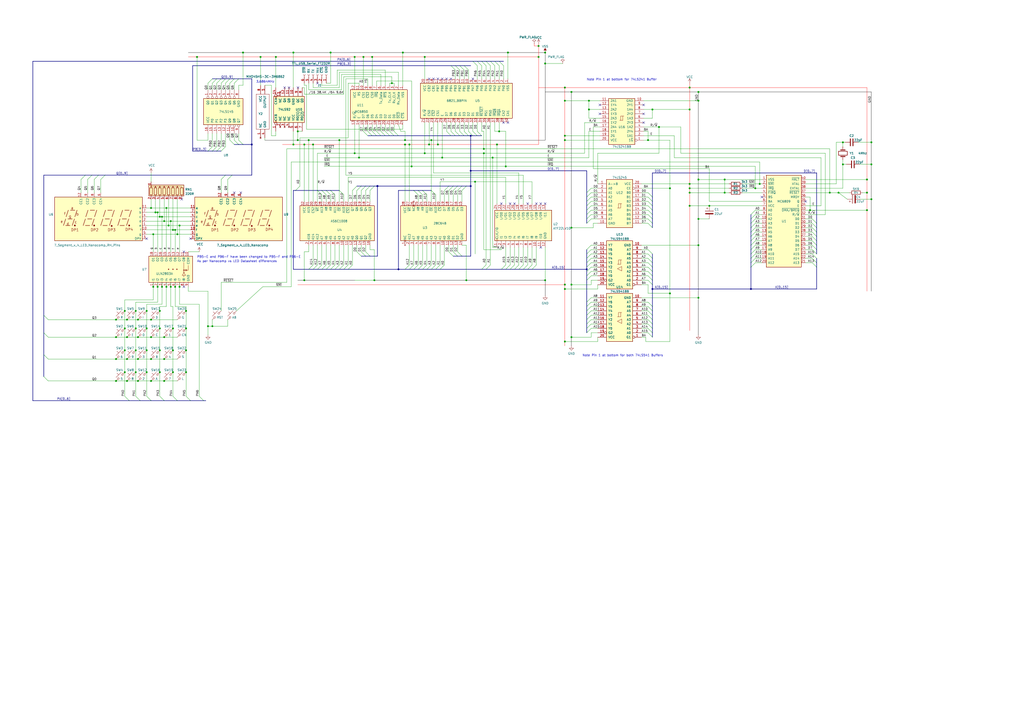
<source format=kicad_sch>
(kicad_sch (version 20211123) (generator eeschema)
  (paper "A2")
  (title_block (title "Nanocomp 6809 (Wireless World July 1981)") (date "2022-11-01") (rev "4.00") (company "Breadboarding Labs") (comment 1 "Updated with PLD for Address Decoder and 64K Memory Map"))
  (junction (at 181.61 83.82))
  (junction (at 91.44 166.37))
  (junction (at 273.05 78.74))
  (junction (at 99.06 128.27))
  (junction (at 327.66 198.12))
  (junction (at 254 83.82))
  (junction (at 170.18 30.48))
  (junction (at 400.05 106.68))
  (junction (at 85.09 203.2))
  (junction (at 104.14 166.37))
  (junction (at 327.66 50.8))
  (junction (at 481.33 111.76))
  (junction (at 107.95 215.9))
  (junction (at 502.92 104.14))
  (junction (at 316.23 162.56))
  (junction (at 88.9 135.89))
  (junction (at 340.36 156.21))
  (junction (at 218.9165 107.95))
  (junction (at 205.74 88.9))
  (junction (at 73.66 208.28))
  (junction (at 505.46 95.3439))
  (junction (at 92.71 215.9))
  (junction (at 95.25 208.28))
  (junction (at 420.37 104.14))
  (junction (at 73.66 185.42))
  (junction (at 172.72 81.28))
  (junction (at 99.06 166.37))
  (junction (at 405.13 172.72))
  (junction (at 256.54 91.44))
  (junction (at 140.97 30.48))
  (junction (at 233.68 30.48))
  (junction (at 218.9474 107.95))
  (junction (at 151.13 33.02))
  (junction (at 248.92 83.82))
  (junction (at 327.66 78.74))
  (junction (at 78.74 215.9))
  (junction (at 72.39 190.5))
  (junction (at 505.46 115.57))
  (junction (at 341.63 58.42))
  (junction (at 67.31 220.98))
  (junction (at 378.46 167.64))
  (junction (at 273.05 107.95))
  (junction (at 176.53 162.56))
  (junction (at 107.95 203.2))
  (junction (at 92.71 125.73))
  (junction (at 378.46 63.5))
  (junction (at 270.51 162.56))
  (junction (at 72.39 203.2))
  (junction (at 78.74 190.5))
  (junction (at 78.74 180.34))
  (junction (at 250.19 81.28))
  (junction (at 400.05 50.8))
  (junction (at 100.33 215.9))
  (junction (at 488.95 95.3439))
  (junction (at 67.31 195.58))
  (junction (at 327.66 165.1))
  (junction (at 95.25 128.27))
  (junction (at 293.37 96.52))
  (junction (at 73.66 195.58))
  (junction (at 85.09 180.34))
  (junction (at 289.56 76.2))
  (junction (at 170.18 83.82))
  (junction (at 208.28 91.44))
  (junction (at 486.41 111.76))
  (junction (at 405.13 53.34))
  (junction (at 67.31 208.28))
  (junction (at 92.71 180.34))
  (junction (at 80.01 185.42))
  (junction (at 488.95 82.55))
  (junction (at 72.39 215.9))
  (junction (at 435.61 167.64))
  (junction (at 93.98 125.73))
  (junction (at 146.05 83.82))
  (junction (at 382.27 73.66))
  (junction (at 215.9 33.02))
  (junction (at 85.09 190.5))
  (junction (at 275.59 105.41))
  (junction (at 420.37 111.76))
  (junction (at 411.48 119.38))
  (junction (at 85.09 215.9))
  (junction (at 312.42 26.67))
  (junction (at 280.67 86.36))
  (junction (at 102.87 135.89))
  (junction (at 87.63 195.58))
  (junction (at 375.92 81.28))
  (junction (at 97.79 130.81))
  (junction (at 469.9 121.92))
  (junction (at 388.62 170.18))
  (junction (at 227.33 48.26))
  (junction (at 87.63 185.42))
  (junction (at 100.33 203.2))
  (junction (at 217.17 162.56))
  (junction (at 95.25 195.58))
  (junction (at 341.63 63.5))
  (junction (at 176.53 83.82))
  (junction (at 72.39 180.34))
  (junction (at 80.01 220.98))
  (junction (at 93.98 166.37))
  (junction (at 104.14 130.81))
  (junction (at 440.69 106.68))
  (junction (at 78.74 203.2))
  (junction (at 87.63 220.98))
  (junction (at 331.47 132.08))
  (junction (at 438.15 109.22))
  (junction (at 327.66 58.42))
  (junction (at 191.77 30.48))
  (junction (at 196.85 81.28))
  (junction (at 285.75 91.44))
  (junction (at 160.02 33.02))
  (junction (at 101.6 133.35))
  (junction (at 234.95 81.28))
  (junction (at 246.38 88.9))
  (junction (at 205.74 33.02))
  (junction (at 273.05 99.06))
  (junction (at 92.71 190.5))
  (junction (at 316.23 30.48))
  (junction (at 123.19 189.23))
  (junction (at 246.38 33.02))
  (junction (at 400.05 119.38))
  (junction (at 331.47 53.34))
  (junction (at 172.72 76.2))
  (junction (at 210.82 33.02))
  (junction (at 95.25 220.98))
  (junction (at 405.13 104.14))
  (junction (at 237.49 83.82))
  (junction (at 231.14 156.21))
  (junction (at 96.52 120.65))
  (junction (at 107.95 190.5))
  (junction (at 96.52 166.37))
  (junction (at 405.13 58.42))
  (junction (at 88.9 166.37))
  (junction (at 80.01 195.58))
  (junction (at 87.63 208.28))
  (junction (at 502.92 111.76))
  (junction (at 331.47 195.58))
  (junction (at 388.62 109.22))
  (junction (at 280.67 88.9))
  (junction (at 100.33 133.35))
  (junction (at 67.31 185.42))
  (junction (at 312.42 33.02))
  (junction (at 120.65 189.23))
  (junction (at 92.71 203.2))
  (junction (at 316.23 36.83))
  (junction (at 80.01 208.28))
  (junction (at 288.29 83.82))
  (junction (at 400.05 111.76))
  (junction (at 100.33 190.5))
  (junction (at 505.46 82.55))
  (junction (at 234.95 83.82))
  (junction (at 101.6 166.37))
  (junction (at 238.76 96.52))
  (junction (at 400.05 63.5))
  (junction (at 502.92 121.92))
  (junction (at 405.13 142.24))
  (junction (at 87.63 120.65))
  (junction (at 107.95 180.34))
  (junction (at 400.05 109.22))
  (junction (at 331.47 165.1))
  (junction (at 91.44 123.19))
  (junction (at 179.07 81.28))
  (junction (at 327.66 167.64))
  (junction (at 114.3 33.02))
  (junction (at 294.64 30.48))
  (junction (at 90.17 123.19))
  (junction (at 327.66 81.28))
  (junction (at 405.13 127))
  (junction (at 73.66 220.98))
  (no_connect (at 441.96 114.3))
  (no_connect (at 105.41 115.57))
  (no_connect (at 139.7 111.76))
  (no_connect (at 347.98 60.86))
  (no_connect (at 373.38 60.86))
  (no_connect (at 347.98 66.04))
  (no_connect (at 373.38 66.04))
  (no_connect (at 373.38 71.12))
  (no_connect (at 295.91 118.11))
  (no_connect (at 290.83 118.11))
  (no_connect (at 306.07 118.11))
  (no_connect (at 298.45 118.11))
  (no_connect (at 248.92 45.72))
  (no_connect (at 251.46 45.72))
  (no_connect (at 254 45.72))
  (no_connect (at 259.08 45.72))
  (no_connect (at 256.54 45.72))
  (no_connect (at 261.62 45.72))
  (no_connect (at 274.32 45.72))
  (no_connect (at 294.64 71.12))
  (no_connect (at 292.1 71.12))
  (no_connect (at 106.68 166.37))
  (no_connect (at 110.49 138.43))
  (no_connect (at 184.15 48.26))
  (no_connect (at 135.89 111.76))
  (no_connect (at 467.36 116.84))
  (no_connect (at 106.68 146.05))
  (no_connect (at 165.1 50.8))
  (no_connect (at 167.64 50.8))
  (no_connect (at 172.86 50.8))
  (no_connect (at 311.15 118.11))
  (no_connect (at 313.69 118.11))
  (no_connect (at 316.23 118.11))
  (no_connect (at 313.69 143.51))
  (no_connect (at 85.09 138.43))
  (bus_entry (at 340.36 152.4) (size 2.54 -2.54))
  (bus_entry (at 25.4 218.44) (size 2.54 2.54))
  (bus_entry (at 25.4 182.88) (size 2.54 2.54))
  (bus_entry (at 25.4 193.04) (size 2.54 2.54))
  (bus_entry (at 25.4 205.74) (size 2.54 2.54))
  (bus_entry (at 340.36 177.8) (size 2.54 -2.54))
  (bus_entry (at 81.28 232.41) (size -2.54 -2.54))
  (bus_entry (at 375.92 175.26) (size 2.54 2.54))
  (bus_entry (at 133.35 81.28) (size 2.54 2.54))
  (bus_entry (at 135.89 81.28) (size 2.54 2.54))
  (bus_entry (at 138.43 81.28) (size 2.54 2.54))
  (bus_entry (at 471.17 137.16) (size 2.54 2.54))
  (bus_entry (at 471.17 129.54) (size 2.54 2.54))
  (bus_entry (at 292.1 38.1) (size -2.54 -2.54))
  (bus_entry (at 289.56 38.1) (size -2.54 -2.54))
  (bus_entry (at 287.02 38.1) (size -2.54 -2.54))
  (bus_entry (at 284.48 38.1) (size -2.54 -2.54))
  (bus_entry (at 281.94 38.1) (size -2.54 -2.54))
  (bus_entry (at 279.4 38.1) (size -2.54 -2.54))
  (bus_entry (at 276.86 38.1) (size -2.54 -2.54))
  (bus_entry (at 340.36 160.02) (size 2.54 -2.54))
  (bus_entry (at 375.92 119.38) (size 2.54 2.54))
  (bus_entry (at 435.61 134.62) (size 2.54 -2.54))
  (bus_entry (at 340.36 193.04) (size 2.54 -2.54))
  (bus_entry (at 186.69 113.03) (size -2.54 -2.54))
  (bus_entry (at 435.61 129.54) (size 2.54 -2.54))
  (bus_entry (at 95.25 232.41) (size -2.54 -2.54))
  (bus_entry (at 234.95 156.21) (size 2.54 -2.54))
  (bus_entry (at 471.17 132.08) (size 2.54 2.54))
  (bus_entry (at 435.61 142.24) (size 2.54 -2.54))
  (bus_entry (at 375.92 111.76) (size 2.54 2.54))
  (bus_entry (at 375.92 154.94) (size 2.54 2.54))
  (bus_entry (at 375.92 127) (size 2.54 2.54))
  (bus_entry (at 173.99 107.95) (size -2.54 2.54))
  (bus_entry (at 194.31 113.03) (size -2.54 -2.54))
  (bus_entry (at 340.36 180.34) (size 2.54 -2.54))
  (bus_entry (at 226.06 76.2) (size 2.54 2.54))
  (bus_entry (at 118.11 232.41) (size -2.54 -2.54))
  (bus_entry (at 435.61 152.4) (size 2.54 -2.54))
  (bus_entry (at 375.92 157.48) (size 2.54 2.54))
  (bus_entry (at 471.17 144.78) (size 2.54 2.54))
  (bus_entry (at 281.94 156.21) (size 2.54 -2.54))
  (bus_entry (at 128.27 87.63) (size 2.54 -2.54))
  (bus_entry (at 471.17 139.7) (size 2.54 2.54))
  (bus_entry (at 340.36 124.46) (size 2.54 -2.54))
  (bus_entry (at 340.36 111.76) (size 2.54 -2.54))
  (bus_entry (at 375.92 124.46) (size 2.54 2.54))
  (bus_entry (at 340.36 127) (size 2.54 -2.54))
  (bus_entry (at 210.82 76.2) (size 2.54 2.54))
  (bus_entry (at 340.36 187.96) (size 2.54 -2.54))
  (bus_entry (at 218.44 76.2) (size 2.54 2.54))
  (bus_entry (at 74.93 232.41) (size -2.54 -2.54))
  (bus_entry (at 375.92 190.5) (size 2.54 2.54))
  (bus_entry (at 375.92 193.04) (size 2.54 2.54))
  (bus_entry (at 199.39 113.03) (size -2.54 -2.54))
  (bus_entry (at 181.61 153.67) (size -2.54 2.54))
  (bus_entry (at 340.36 129.54) (size 2.54 -2.54))
  (bus_entry (at 340.36 149.86) (size 2.54 -2.54))
  (bus_entry (at 191.77 113.03) (size -2.54 -2.54))
  (bus_entry (at 375.92 149.86) (size 2.54 2.54))
  (bus_entry (at 264.16 40.64) (size -2.54 -2.54))
  (bus_entry (at 266.7 40.64) (size -2.54 -2.54))
  (bus_entry (at 269.24 40.64) (size -2.54 -2.54))
  (bus_entry (at 271.78 40.64) (size -2.54 -2.54))
  (bus_entry (at 340.36 175.26) (size 2.54 -2.54))
  (bus_entry (at 303.53 156.21) (size 2.54 -2.54))
  (bus_entry (at 184.15 153.67) (size -2.54 2.54))
  (bus_entry (at 306.07 156.21) (size 2.54 -2.54))
  (bus_entry (at 435.61 147.32) (size 2.54 -2.54))
  (bus_entry (at 293.37 156.21) (size 2.54 -2.54))
  (bus_entry (at 375.92 162.56) (size 2.54 2.54))
  (bus_entry (at 340.36 144.78) (size 2.54 -2.54))
  (bus_entry (at 189.23 113.03) (size -2.54 -2.54))
  (bus_entry (at 220.98 76.2) (size 2.54 2.54))
  (bus_entry (at 375.92 152.4) (size 2.54 2.54))
  (bus_entry (at 46.99 104.14) (size 2.54 -2.54))
  (bus_entry (at 58.42 104.14) (size 2.54 -2.54))
  (bus_entry (at 50.8 104.14) (size 2.54 -2.54))
  (bus_entry (at 54.61 104.14) (size 2.54 -2.54))
  (bus_entry (at 128.27 104.14) (size 2.54 -2.54))
  (bus_entry (at 132.08 104.14) (size 2.54 -2.54))
  (bus_entry (at 375.92 147.32) (size 2.54 2.54))
  (bus_entry (at 340.36 182.88) (size 2.54 -2.54))
  (bus_entry (at 340.36 119.38) (size 2.54 -2.54))
  (bus_entry (at 435.61 139.7) (size 2.54 -2.54))
  (bus_entry (at 471.17 149.86) (size 2.54 2.54))
  (bus_entry (at 471.17 152.4) (size 2.54 2.54))
  (bus_entry (at 87.63 232.41) (size -2.54 -2.54))
  (bus_entry (at 471.17 134.62) (size 2.54 2.54))
  (bus_entry (at 340.36 121.92) (size 2.54 -2.54))
  (bus_entry (at 295.91 156.21) (size 2.54 -2.54))
  (bus_entry (at 290.83 156.21) (size 2.54 -2.54))
  (bus_entry (at 257.81 153.67) (size -2.54 2.54))
  (bus_entry (at 375.92 187.96) (size 2.54 2.54))
  (bus_entry (at 340.36 185.42) (size 2.54 -2.54))
  (bus_entry (at 125.73 87.63) (size 2.54 -2.54))
  (bus_entry (at 375.92 114.3) (size 2.54 2.54))
  (bus_entry (at 435.61 137.16) (size 2.54 -2.54))
  (bus_entry (at 375.92 182.88) (size 2.54 2.54))
  (bus_entry (at 120.65 48.26) (size 2.54 -2.54))
  (bus_entry (at 123.19 48.26) (size 2.54 -2.54))
  (bus_entry (at 135.89 48.26) (size 2.54 -2.54))
  (bus_entry (at 133.35 48.26) (size 2.54 -2.54))
  (bus_entry (at 125.73 48.26) (size 2.54 -2.54))
  (bus_entry (at 128.27 48.26) (size 2.54 -2.54))
  (bus_entry (at 130.81 48.26) (size 2.54 -2.54))
  (bus_entry (at 242.57 110.49) (size 2.54 2.54))
  (bus_entry (at 250.19 110.49) (size 2.54 2.54))
  (bus_entry (at 240.03 110.49) (size 2.54 2.54))
  (bus_entry (at 120.65 87.63) (size 2.54 -2.54))
  (bus_entry (at 204.47 110.49) (size 2.54 -2.54))
  (bus_entry (at 207.01 110.49) (size 2.54 -2.54))
  (bus_entry (at 214.63 110.49) (size 2.54 -2.54))
  (bus_entry (at 209.55 110.49) (size 2.54 -2.54))
  (bus_entry (at 212.09 110.49) (size 2.54 -2.54))
  (bus_entry (at 194.31 153.67) (size -2.54 2.54))
  (bus_entry (at 191.77 153.67) (size -2.54 2.54))
  (bus_entry (at 189.23 153.67) (size -2.54 2.54))
  (bus_entry (at 186.69 153.67) (size -2.54 2.54))
  (bus_entry (at 199.39 153.67) (size -2.54 2.54))
  (bus_entry (at 196.85 153.67) (size -2.54 2.54))
  (bus_entry (at 201.93 153.67) (size -2.54 2.54))
  (bus_entry (at 214.63 148.59) (size -2.54 -2.54))
  (bus_entry (at 209.55 148.59) (size -2.54 -2.54))
  (bus_entry (at 212.09 148.59) (size -2.54 -2.54))
  (bus_entry (at 340.36 114.3) (size 2.54 -2.54))
  (bus_entry (at 340.36 157.48) (size 2.54 -2.54))
  (bus_entry (at 340.36 116.84) (size 2.54 -2.54))
  (bus_entry (at 435.61 132.08) (size 2.54 -2.54))
  (bus_entry (at 375.92 185.42) (size 2.54 2.54))
  (bus_entry (at 262.89 110.49) (size 2.54 -2.54))
  (bus_entry (at 257.81 110.49) (size 2.54 -2.54))
  (bus_entry (at 260.35 110.49) (size 2.54 -2.54))
  (bus_entry (at 265.43 110.49) (size 2.54 -2.54))
  (bus_entry (at 267.97 110.49) (size 2.54 -2.54))
  (bus_entry (at 223.52 76.2) (size 2.54 2.54))
  (bus_entry (at 471.17 127) (size 2.54 2.54))
  (bus_entry (at 102.87 232.41) (size -2.54 -2.54))
  (bus_entry (at 213.36 76.2) (size 2.54 2.54))
  (bus_entry (at 123.19 87.63) (size 2.54 -2.54))
  (bus_entry (at 375.92 160.02) (size 2.54 2.54))
  (bus_entry (at 110.49 232.41) (size -2.54 -2.54))
  (bus_entry (at 375.92 121.92) (size 2.54 2.54))
  (bus_entry (at 435.61 154.94) (size 2.54 -2.54))
  (bus_entry (at 471.17 142.24) (size 2.54 2.54))
  (bus_entry (at 435.61 124.46) (size 2.54 -2.54))
  (bus_entry (at 435.61 127) (size 2.54 -2.54))
  (bus_entry (at 204.47 153.67) (size -2.54 2.54))
  (bus_entry (at 228.6 76.2) (size 2.54 2.54))
  (bus_entry (at 471.17 147.32) (size 2.54 2.54))
  (bus_entry (at 279.4 156.21) (size 2.54 -2.54))
  (bus_entry (at 308.61 156.21) (size 2.54 -2.54))
  (bus_entry (at 340.36 190.5) (size 2.54 -2.54))
  (bus_entry (at 375.92 144.78) (size 2.54 2.54))
  (bus_entry (at 375.92 180.34) (size 2.54 2.54))
  (bus_entry (at 245.11 156.21) (size 2.54 -2.54))
  (bus_entry (at 242.57 156.21) (size 2.54 -2.54))
  (bus_entry (at 240.03 156.21) (size 2.54 -2.54))
  (bus_entry (at 247.65 156.21) (size 2.54 -2.54))
  (bus_entry (at 265.43 148.59) (size -2.54 -2.54))
  (bus_entry (at 252.73 156.21) (size 2.54 -2.54))
  (bus_entry (at 250.19 156.21) (size 2.54 -2.54))
  (bus_entry (at 262.89 148.59) (size -2.54 -2.54))
  (bus_entry (at 237.49 156.21) (size 2.54 -2.54))
  (bus_entry (at 267.97 148.59) (size -2.54 -2.54))
  (bus_entry (at 375.92 129.54) (size 2.54 2.54))
  (bus_entry (at 298.45 156.21) (size 2.54 -2.54))
  (bus_entry (at 375.92 177.8) (size 2.54 2.54))
  (bus_entry (at 340.36 162.56) (size 2.54 -2.54))
  (bus_entry (at 435.61 149.86) (size 2.54 -2.54))
  (bus_entry (at 375.92 116.84) (size 2.54 2.54))
  (bus_entry (at 340.36 154.94) (size 2.54 -2.54))
  (bus_entry (at 435.61 144.78) (size 2.54 -2.54))
  (bus_entry (at 245.11 110.49) (size 2.54 2.54))
  (bus_entry (at 215.9 76.2) (size 2.54 2.54))
  (bus_entry (at 340.36 147.32) (size 2.54 -2.54))
  (bus_entry (at 276.86 76.2) (size 2.54 2.54))
  (bus_entry (at 271.78 76.2) (size 2.54 2.54))
  (bus_entry (at 274.32 76.2) (size 2.54 2.54))
  (bus_entry (at 269.24 76.2) (size 2.54 2.54))
  (bus_entry (at 266.7 76.2) (size 2.54 2.54))
  (bus_entry (at 264.16 76.2) (size 2.54 2.54))
  (bus_entry (at 261.62 76.2) (size 2.54 2.54))
  (bus_entry (at 259.08 76.2) (size 2.54 2.54))
  (bus_entry (at 300.99 156.21) (size 2.54 -2.54))
  (wire (pts (xy 372.11 187.96) (xy 375.92 187.96)))
  (bus (pts (xy 378.46 119.38) (xy 378.46 121.92)))
  (wire (pts (xy 275.59 105.41) (xy 308.61 105.41)))
  (bus (pts (xy 262.89 107.95) (xy 265.43 107.95)))
  (wire (pts (xy 254 71.12) (xy 254 83.82)))
  (wire (pts (xy 288.29 118.11) (xy 288.29 83.82)))
  (wire (pts (xy 99.06 163.83) (xy 99.06 166.37)))
  (wire (pts (xy 123.19 52.07) (xy 123.19 48.26)))
  (bus (pts (xy 242.57 110.49) (xy 245.11 110.49)))
  (bus (pts (xy 435.61 154.94) (xy 435.61 167.64)))
  (wire (pts (xy 205.74 49.53) (xy 205.74 33.02)))
  (bus (pts (xy 120.65 87.63) (xy 123.19 87.63)))
  (wire (pts (xy 135.89 81.28) (xy 135.89 77.47)))
  (bus (pts (xy 435.61 144.78) (xy 435.61 147.32)))
  (bus (pts (xy 135.89 83.82) (xy 138.43 83.82)))
  (wire (pts (xy 181.61 142.24) (xy 181.61 153.67)))
  (bus (pts (xy 269.24 38.1) (xy 266.7 38.1)))
  (wire (pts (xy 168.91 166.37) (xy 152.4 166.37)))
  (wire (pts (xy 54.61 104.14) (xy 54.61 111.76)))
  (bus (pts (xy 378.46 149.86) (xy 378.46 152.4)))
  (wire (pts (xy 255.27 142.24) (xy 255.27 153.67)))
  (wire (pts (xy 246.38 88.9) (xy 280.67 88.9)))
  (bus (pts (xy 245.11 156.21) (xy 247.65 156.21)))
  (wire (pts (xy 327.66 165.1) (xy 327.66 167.64)) (stroke (width 0) (color 255 0 0 1)))
  (bus (pts (xy 473.71 154.94) (xy 473.71 167.64)))
  (bus (pts (xy 473.71 149.86) (xy 473.71 152.4)))
  (wire (pts (xy 132.08 185.42) (xy 132.08 189.23)))
  (wire (pts (xy 152.4 166.37) (xy 137.16 180.34)))
  (wire (pts (xy 346.71 129.54) (xy 344.17 129.54)))
  (wire (pts (xy 394.97 73.66) (xy 394.97 88.9)))
  (wire (pts (xy 285.75 91.44) (xy 341.63 91.44)))
  (wire (pts (xy 102.87 115.57) (xy 102.87 135.89)))
  (wire (pts (xy 218.44 46.99) (xy 238.76 46.99)))
  (wire (pts (xy 234.95 76.2) (xy 234.95 81.28)))
  (wire (pts (xy 280.67 88.9) (xy 280.67 144.78)))
  (wire (pts (xy 100.33 177.8) (xy 100.33 190.5)))
  (wire (pts (xy 92.71 203.2) (xy 92.71 215.9)))
  (wire (pts (xy 72.39 173.99) (xy 88.9 173.99)))
  (wire (pts (xy 284.48 71.12) (xy 284.48 153.67)))
  (wire (pts (xy 467.36 106.68) (xy 485.14 106.68)))
  (bus (pts (xy 435.61 139.7) (xy 435.61 142.24)))
  (wire (pts (xy 138.43 81.28) (xy 138.43 77.47)))
  (wire (pts (xy 441.96 127) (xy 438.15 127)))
  (wire (pts (xy 372.11 175.26) (xy 375.92 175.26)))
  (bus (pts (xy 266.7 78.74) (xy 269.24 78.74)))
  (wire (pts (xy 210.82 33.02) (xy 215.9 33.02)) (stroke (width 0) (color 255 0 0 1)))
  (wire (pts (xy 342.9 119.38) (xy 346.71 119.38)))
  (wire (pts (xy 342.9 142.24) (xy 346.71 142.24)))
  (wire (pts (xy 96.52 163.83) (xy 96.52 166.37)))
  (wire (pts (xy 372.11 114.3) (xy 375.92 114.3)))
  (wire (pts (xy 382.27 73.66) (xy 394.97 73.66)))
  (wire (pts (xy 205.74 72.39) (xy 205.74 88.9)))
  (wire (pts (xy 303.53 143.51) (xy 303.53 153.67)))
  (wire (pts (xy 172.72 76.2) (xy 172.72 81.28)))
  (wire (pts (xy 187.96 96.52) (xy 238.76 96.52)))
  (wire (pts (xy 88.9 146.05) (xy 88.9 135.89)))
  (wire (pts (xy 276.86 38.1) (xy 276.86 45.72)))
  (wire (pts (xy 375.92 165.1) (xy 375.92 170.18)))
  (bus (pts (xy 212.09 107.95) (xy 214.63 107.95)))
  (wire (pts (xy 96.52 166.37) (xy 96.52 177.8)))
  (wire (pts (xy 372.11 172.72) (xy 405.13 172.72)))
  (wire (pts (xy 287.02 38.1) (xy 287.02 45.72)))
  (wire (pts (xy 505.46 53.34) (xy 405.13 53.34)) (stroke (width 0) (color 0 0 0 1)))
  (wire (pts (xy 179.07 48.26) (xy 179.07 52.07)))
  (wire (pts (xy 441.96 132.08) (xy 438.15 132.08)))
  (wire (pts (xy 213.36 72.39) (xy 213.36 76.2)))
  (wire (pts (xy 374.65 198.12) (xy 388.62 198.12)))
  (bus (pts (xy 378.46 124.46) (xy 378.46 127)))
  (bus (pts (xy 111.76 38.1) (xy 111.76 87.63)))
  (wire (pts (xy 128.27 77.47) (xy 128.27 85.09)))
  (wire (pts (xy 172.72 165.1) (xy 327.66 165.1)) (stroke (width 0) (color 255 0 0 1)))
  (wire (pts (xy 226.06 48.26) (xy 227.33 48.26)))
  (wire (pts (xy 46.99 104.14) (xy 46.99 111.76)))
  (wire (pts (xy 342.9 152.4) (xy 346.71 152.4)))
  (bus (pts (xy 287.02 35.56) (xy 284.48 35.56)))
  (wire (pts (xy 92.71 190.5) (xy 92.71 203.2)))
  (wire (pts (xy 120.65 52.07) (xy 120.65 48.26)))
  (wire (pts (xy 441.96 144.78) (xy 438.15 144.78)))
  (bus (pts (xy 218.9474 107.95) (xy 260.35 107.95)))
  (wire (pts (xy 93.98 146.05) (xy 93.98 125.73)))
  (wire (pts (xy 100.33 190.5) (xy 100.33 203.2)))
  (bus (pts (xy 194.31 156.21) (xy 196.85 156.21)))
  (bus (pts (xy 228.6 78.74) (xy 231.14 78.74)))
  (wire (pts (xy 280.67 76.2) (xy 280.67 86.36)))
  (wire (pts (xy 245.11 113.03) (xy 245.11 116.84)))
  (wire (pts (xy 372.11 154.94) (xy 375.92 154.94)))
  (wire (pts (xy 186.69 49.53) (xy 195.58 49.53)))
  (bus (pts (xy 264.16 78.74) (xy 266.7 78.74)))
  (wire (pts (xy 266.7 71.12) (xy 266.7 76.2)))
  (bus (pts (xy 340.36 187.96) (xy 340.36 190.5)))
  (wire (pts (xy 160.02 33.02) (xy 205.74 33.02)) (stroke (width 0) (color 255 0 0 1)))
  (wire (pts (xy 388.62 81.28) (xy 388.62 109.22)))
  (bus (pts (xy 189.23 110.49) (xy 186.69 110.49)))
  (bus (pts (xy 473.71 100.33) (xy 378.46 100.33)))
  (wire (pts (xy 467.36 109.22) (xy 488.95 109.22)))
  (wire (pts (xy 175.26 50.8) (xy 176.53 50.8)))
  (bus (pts (xy 25.4 193.04) (xy 25.4 205.74)))
  (wire (pts (xy 196.85 41.91) (xy 231.14 41.91)))
  (wire (pts (xy 80.01 208.28) (xy 87.63 208.28)))
  (wire (pts (xy 92.71 215.9) (xy 92.71 229.87)))
  (wire (pts (xy 114.3 33.02) (xy 151.13 33.02)) (stroke (width 0) (color 255 0 0 1)))
  (wire (pts (xy 388.62 170.18) (xy 388.62 198.12)))
  (wire (pts (xy 270.51 142.24) (xy 267.97 142.24)))
  (bus (pts (xy 274.32 78.74) (xy 276.86 78.74)))
  (wire (pts (xy 257.81 110.49) (xy 257.81 116.84)))
  (bus (pts (xy 281.94 35.56) (xy 279.4 35.56)))
  (wire (pts (xy 27.94 185.42) (xy 67.31 185.42)))
  (bus (pts (xy 473.71 137.16) (xy 473.71 139.7)))
  (wire (pts (xy 201.93 102.87) (xy 293.37 102.87)))
  (bus (pts (xy 226.06 78.74) (xy 228.6 78.74)))
  (wire (pts (xy 100.33 133.35) (xy 101.6 133.35)))
  (wire (pts (xy 341.63 58.42) (xy 327.66 58.42)))
  (wire (pts (xy 400.05 63.5) (xy 400.05 106.68)) (stroke (width 0) (color 255 0 0 1)))
  (bus (pts (xy 207.01 107.95) (xy 209.55 107.95)))
  (wire (pts (xy 199.39 142.24) (xy 199.39 153.67)))
  (wire (pts (xy 160.02 78.74) (xy 160.02 76.2)))
  (bus (pts (xy 217.17 107.95) (xy 218.9165 107.95)))
  (bus (pts (xy 435.61 124.46) (xy 435.61 127)))
  (wire (pts (xy 306.07 143.51) (xy 306.07 153.67)))
  (wire (pts (xy 132.08 189.23) (xy 123.19 189.23)))
  (wire (pts (xy 274.32 71.12) (xy 274.32 76.2)))
  (bus (pts (xy 255.27 156.21) (xy 279.4 156.21)))
  (wire (pts (xy 133.35 52.07) (xy 133.35 48.26)))
  (wire (pts (xy 441.96 152.4) (xy 438.15 152.4)))
  (wire (pts (xy 153.67 81.28) (xy 172.72 81.28)) (stroke (width 0) (color 0 0 0 1)))
  (wire (pts (xy 204.47 142.24) (xy 204.47 153.67)))
  (wire (pts (xy 95.25 115.57) (xy 95.25 128.27)))
  (bus (pts (xy 218.9474 107.95) (xy 218.9474 148.59)))
  (wire (pts (xy 346.71 193.04) (xy 342.9 193.04)))
  (bus (pts (xy 473.71 129.54) (xy 473.71 100.33)))
  (wire (pts (xy 373.38 58.42) (xy 405.13 58.42)))
  (wire (pts (xy 372.11 160.02) (xy 375.92 160.02)))
  (wire (pts (xy 342.9 109.22) (xy 346.71 109.22)))
  (wire (pts (xy 78.74 229.87) (xy 78.74 215.9)))
  (wire (pts (xy 430.53 106.68) (xy 440.69 106.68)))
  (wire (pts (xy 91.44 146.05) (xy 91.44 123.19)))
  (wire (pts (xy 104.14 130.81) (xy 110.49 130.81)))
  (wire (pts (xy 327.66 78.74) (xy 327.66 81.28)) (stroke (width 0) (color 255 0 0 1)))
  (wire (pts (xy 280.67 86.36) (xy 481.33 86.36)))
  (wire (pts (xy 467.36 139.7) (xy 471.17 139.7)))
  (bus (pts (xy 340.36 124.46) (xy 340.36 127)))
  (wire (pts (xy 342.9 160.02) (xy 346.71 160.02)))
  (bus (pts (xy 49.53 101.6) (xy 53.34 101.6)))
  (wire (pts (xy 233.68 30.48) (xy 294.64 30.48)) (stroke (width 0) (color 0 0 0 1)))
  (bus (pts (xy 260.35 107.95) (xy 262.89 107.95)))
  (bus (pts (xy 378.46 193.04) (xy 378.46 195.58)))
  (wire (pts (xy 157.48 78.74) (xy 160.02 78.74)))
  (bus (pts (xy 170.18 156.21) (xy 179.07 156.21)))
  (wire (pts (xy 293.37 143.51) (xy 293.37 153.67)))
  (wire (pts (xy 308.61 105.41) (xy 308.61 118.11)))
  (wire (pts (xy 151.13 49.53) (xy 151.13 33.02)))
  (wire (pts (xy 173.99 80.01) (xy 173.99 107.95)))
  (wire (pts (xy 312.42 50.8) (xy 327.66 50.8)) (stroke (width 0) (color 255 0 0 1)))
  (bus (pts (xy 378.46 114.3) (xy 378.46 116.84)))
  (wire (pts (xy 85.09 190.5) (xy 85.09 203.2)))
  (wire (pts (xy 441.96 137.16) (xy 438.15 137.16)))
  (wire (pts (xy 166.37 86.36) (xy 280.67 86.36)))
  (wire (pts (xy 441.96 111.76) (xy 430.53 111.76)))
  (bus (pts (xy 264.16 38.1) (xy 261.62 38.1)))
  (wire (pts (xy 176.53 49.53) (xy 176.53 48.26)))
  (bus (pts (xy 276.86 78.74) (xy 279.4 78.74)))
  (wire (pts (xy 72.39 190.5) (xy 72.39 180.34)))
  (wire (pts (xy 226.06 49.53) (xy 226.06 48.26)))
  (wire (pts (xy 405.13 104.14) (xy 405.13 127)) (stroke (width 0) (color 0 0 0 1)))
  (wire (pts (xy 184.15 88.9) (xy 184.15 110.49)))
  (wire (pts (xy 179.07 81.28) (xy 179.07 116.84)))
  (wire (pts (xy 80.01 220.98) (xy 87.63 220.98)))
  (wire (pts (xy 467.36 144.78) (xy 471.17 144.78)))
  (wire (pts (xy 279.4 71.12) (xy 279.4 76.2)))
  (wire (pts (xy 391.16 91.44) (xy 476.25 91.44)))
  (wire (pts (xy 78.74 215.9) (xy 78.74 203.2)))
  (wire (pts (xy 254 83.82) (xy 288.29 83.82)) (stroke (width 0) (color 255 0 0 1)))
  (wire (pts (xy 97.79 130.81) (xy 104.14 130.81)))
  (wire (pts (xy 227.33 48.26) (xy 228.6 48.26)))
  (wire (pts (xy 184.15 142.24) (xy 184.15 153.67)))
  (wire (pts (xy 120.65 81.28) (xy 114.3 81.28)))
  (wire (pts (xy 223.52 72.39) (xy 223.52 76.2)))
  (wire (pts (xy 85.09 133.35) (xy 100.33 133.35)))
  (wire (pts (xy 467.36 132.08) (xy 471.17 132.08)))
  (bus (pts (xy 209.55 148.59) (xy 212.09 148.59)))
  (bus (pts (xy 146.05 45.72) (xy 146.05 83.82)))
  (bus (pts (xy 135.89 45.72) (xy 138.43 45.72)))
  (bus (pts (xy 378.46 160.02) (xy 378.46 162.56)))
  (wire (pts (xy 411.48 127) (xy 405.13 127)))
  (wire (pts (xy 290.83 144.78) (xy 290.83 143.51)))
  (bus (pts (xy 81.28 232.41) (xy 87.63 232.41)))
  (wire (pts (xy 342.9 180.34) (xy 346.71 180.34)))
  (wire (pts (xy 209.55 110.49) (xy 209.55 116.84)))
  (bus (pts (xy 435.61 152.4) (xy 435.61 154.94)))
  (bus (pts (xy 473.71 152.4) (xy 473.71 154.94)))
  (wire (pts (xy 293.37 102.87) (xy 293.37 118.11)))
  (bus (pts (xy 435.61 127) (xy 435.61 129.54)))
  (bus (pts (xy 378.46 162.56) (xy 378.46 165.1)))
  (wire (pts (xy 133.35 81.28) (xy 133.35 77.47)))
  (wire (pts (xy 227.33 48.26) (xy 227.33 44.45)))
  (bus (pts (xy 240.03 156.21) (xy 242.57 156.21)))
  (wire (pts (xy 347.98 76.2) (xy 341.63 76.2)))
  (wire (pts (xy 262.89 142.24) (xy 262.89 146.05)))
  (bus (pts (xy 378.46 152.4) (xy 378.46 154.94)))
  (wire (pts (xy 342.9 147.32) (xy 346.71 147.32)))
  (wire (pts (xy 208.28 91.44) (xy 256.54 91.44)))
  (wire (pts (xy 372.11 185.42) (xy 375.92 185.42)))
  (wire (pts (xy 499.11 115.57) (xy 505.46 115.57)))
  (bus (pts (xy 214.63 107.95) (xy 217.17 107.95)))
  (wire (pts (xy 342.9 165.1) (xy 331.47 165.1)))
  (wire (pts (xy 177.8 49.53) (xy 177.8 74.93)))
  (wire (pts (xy 498.544 95.3439) (xy 505.46 95.3439)))
  (wire (pts (xy 151.13 33.02) (xy 160.02 33.02)) (stroke (width 0) (color 255 0 0 1)))
  (bus (pts (xy 201.93 156.21) (xy 231.14 156.21)))
  (wire (pts (xy 316.23 53.34) (xy 331.47 53.34)) (stroke (width 0) (color 0 0 0 1)))
  (wire (pts (xy 91.44 123.19) (xy 110.49 123.19)))
  (bus (pts (xy 340.36 157.48) (xy 340.36 160.02)))
  (wire (pts (xy 331.47 132.08) (xy 331.47 165.1)) (stroke (width 0) (color 0 0 0 1)))
  (wire (pts (xy 300.99 143.51) (xy 300.99 153.67)))
  (wire (pts (xy 228.6 72.39) (xy 228.6 76.2)))
  (wire (pts (xy 400.05 106.68) (xy 422.91 106.68)))
  (wire (pts (xy 205.74 162.56) (xy 217.17 162.56)))
  (wire (pts (xy 265.43 142.24) (xy 265.43 146.05)))
  (wire (pts (xy 204.47 110.49) (xy 204.47 116.84)))
  (bus (pts (xy 196.85 110.49) (xy 191.77 110.49)))
  (bus (pts (xy 265.43 148.59) (xy 267.97 148.59)))
  (wire (pts (xy 96.52 146.05) (xy 96.52 120.65)))
  (wire (pts (xy 120.65 81.28) (xy 120.65 77.47)))
  (wire (pts (xy 213.36 45.72) (xy 200.66 45.72)))
  (wire (pts (xy 238.76 96.52) (xy 238.76 46.99)))
  (wire (pts (xy 308.61 143.51) (xy 308.61 153.67)))
  (wire (pts (xy 201.93 48.26) (xy 201.93 80.01)))
  (wire (pts (xy 205.74 33.02) (xy 210.82 33.02)) (stroke (width 0) (color 255 0 0 1)))
  (wire (pts (xy 125.73 52.07) (xy 125.73 48.26)))
  (wire (pts (xy 208.28 72.39) (xy 208.28 91.44)))
  (wire (pts (xy 170.18 83.82) (xy 176.53 83.82)) (stroke (width 0) (color 255 0 0 1)))
  (wire (pts (xy 200.66 45.72) (xy 200.66 101.6)))
  (wire (pts (xy 342.9 175.26) (xy 346.71 175.26)))
  (wire (pts (xy 237.49 83.82) (xy 237.49 116.84)))
  (wire (pts (xy 212.09 110.49) (xy 212.09 116.84)))
  (wire (pts (xy 467.36 121.92) (xy 469.9 121.92)))
  (bus (pts (xy 231.14 110.49) (xy 240.03 110.49)))
  (wire (pts (xy 346.71 88.9) (xy 382.27 88.9)))
  (bus (pts (xy 128.27 45.72) (xy 130.81 45.72)))
  (wire (pts (xy 372.11 180.34) (xy 375.92 180.34)))
  (bus (pts (xy 133.35 45.72) (xy 135.89 45.72)))
  (wire (pts (xy 347.98 68.58) (xy 341.63 68.58)))
  (wire (pts (xy 130.81 77.47) (xy 130.81 85.09)))
  (wire (pts (xy 346.71 195.58) (xy 346.71 198.12)))
  (bus (pts (xy 378.46 167.64) (xy 435.61 167.64)))
  (wire (pts (xy 339.09 71.12) (xy 339.09 88.9)))
  (wire (pts (xy 411.48 97.79) (xy 344.17 97.79)))
  (wire (pts (xy 275.59 105.41) (xy 255.27 105.41)))
  (wire (pts (xy 181.61 83.82) (xy 181.61 116.84)))
  (wire (pts (xy 195.58 40.64) (xy 195.58 49.53)))
  (bus (pts (xy 295.91 156.21) (xy 298.45 156.21)))
  (wire (pts (xy 175.26 76.2) (xy 172.72 76.2)))
  (wire (pts (xy 78.74 180.34) (xy 78.74 175.26)))
  (wire (pts (xy 80.01 185.42) (xy 87.63 185.42)))
  (wire (pts (xy 346.71 162.56) (xy 342.9 162.56)))
  (wire (pts (xy 411.48 119.38) (xy 441.96 119.38)))
  (bus (pts (xy 189.23 156.21) (xy 191.77 156.21)))
  (bus (pts (xy 138.43 83.82) (xy 140.97 83.82)))
  (wire (pts (xy 67.31 220.98) (xy 73.66 220.98)))
  (wire (pts (xy 99.06 166.37) (xy 99.06 177.8)))
  (wire (pts (xy 201.93 142.24) (xy 201.93 153.67)))
  (wire (pts (xy 485.14 82.55) (xy 488.95 82.55)))
  (wire (pts (xy 100.33 215.9) (xy 100.33 229.87)))
  (wire (pts (xy 505.46 95.3439) (xy 505.46 115.57)) (stroke (width 0) (color 0 0 0 1)))
  (wire (pts (xy 109.22 30.48) (xy 140.97 30.48)) (stroke (width 0) (color 0 0 0 1)))
  (wire (pts (xy 120.65 189.23) (xy 120.65 194.31)))
  (bus (pts (xy 247.65 156.21) (xy 250.19 156.21)))
  (wire (pts (xy 95.25 220.98) (xy 102.87 220.98)))
  (wire (pts (xy 295.91 143.51) (xy 295.91 153.67)))
  (wire (pts (xy 104.14 130.81) (xy 104.14 146.05)))
  (wire (pts (xy 123.19 185.42) (xy 123.19 189.23)))
  (wire (pts (xy 342.9 121.92) (xy 346.71 121.92)))
  (wire (pts (xy 279.4 76.2) (xy 280.67 76.2)))
  (wire (pts (xy 163.83 83.82) (xy 170.18 83.82)) (stroke (width 0) (color 255 0 0 1)))
  (wire (pts (xy 378.46 68.58) (xy 378.46 63.5)))
  (wire (pts (xy 440.69 93.98) (xy 440.69 106.68)))
  (wire (pts (xy 502.92 111.76) (xy 502.92 121.92)) (stroke (width 0) (color 255 0 0 1)))
  (wire (pts (xy 95.25 195.58) (xy 102.87 195.58)))
  (wire (pts (xy 179.07 146.05) (xy 176.53 146.05)))
  (wire (pts (xy 96.52 120.65) (xy 110.49 120.65)))
  (wire (pts (xy 372.11 111.76) (xy 375.92 111.76)))
  (wire (pts (xy 294.64 45.72) (xy 294.64 30.48)))
  (bus (pts (xy 303.53 156.21) (xy 306.07 156.21)))
  (wire (pts (xy 100.33 203.2) (xy 100.33 215.9)))
  (wire (pts (xy 91.44 166.37) (xy 91.44 175.26)))
  (wire (pts (xy 170.18 30.48) (xy 191.77 30.48)) (stroke (width 0) (color 0 0 0 1)))
  (wire (pts (xy 488.95 95.3439) (xy 488.95 109.22)))
  (wire (pts (xy 214.63 142.24) (xy 214.63 144.78)))
  (wire (pts (xy 342.9 190.5) (xy 346.71 190.5)))
  (wire (pts (xy 372.11 124.46) (xy 375.92 124.46)))
  (wire (pts (xy 372.11 157.48) (xy 375.92 157.48)))
  (bus (pts (xy 252.73 156.21) (xy 255.27 156.21)))
  (wire (pts (xy 181.61 50.8) (xy 196.85 50.8)))
  (wire (pts (xy 85.09 180.34) (xy 85.09 176.53)))
  (wire (pts (xy 179.07 81.28) (xy 196.85 81.28)) (stroke (width 0) (color 0 0 0 1)))
  (bus (pts (xy 25.4 182.88) (xy 25.4 193.04)))
  (wire (pts (xy 215.9 49.53) (xy 215.9 33.02)))
  (wire (pts (xy 316.23 30.48) (xy 316.23 36.83)) (stroke (width 0) (color 0 0 0 1)))
  (wire (pts (xy 168.91 93.98) (xy 168.91 166.37)))
  (wire (pts (xy 342.9 111.76) (xy 346.71 111.76)))
  (wire (pts (xy 260.35 110.49) (xy 260.35 116.84)))
  (wire (pts (xy 342.9 177.8) (xy 346.71 177.8)))
  (bus (pts (xy 289.56 35.56) (xy 292.1 35.56)))
  (wire (pts (xy 92.71 177.8) (xy 92.71 180.34)))
  (wire (pts (xy 342.9 182.88) (xy 346.71 182.88)))
  (wire (pts (xy 85.09 125.73) (xy 92.71 125.73)))
  (wire (pts (xy 467.36 142.24) (xy 471.17 142.24)))
  (wire (pts (xy 374.65 195.58) (xy 374.65 198.12)))
  (bus (pts (xy 378.46 182.88) (xy 378.46 185.42)))
  (wire (pts (xy 226.06 72.39) (xy 226.06 76.2)))
  (bus (pts (xy 102.87 232.41) (xy 110.49 232.41)))
  (bus (pts (xy 250.19 156.21) (xy 252.73 156.21)))
  (wire (pts (xy 346.71 106.68) (xy 346.71 88.9)))
  (wire (pts (xy 125.73 77.47) (xy 125.73 85.09)))
  (wire (pts (xy 271.78 71.12) (xy 271.78 76.2)))
  (wire (pts (xy 107.95 180.34) (xy 107.95 177.8)))
  (wire (pts (xy 218.44 72.39) (xy 218.44 76.2)))
  (wire (pts (xy 232.41 76.2) (xy 234.95 76.2)))
  (bus (pts (xy 265.43 107.95) (xy 267.97 107.95)))
  (bus (pts (xy 340.36 116.84) (xy 340.36 119.38)))
  (wire (pts (xy 170.18 76.2) (xy 170.18 83.82)))
  (wire (pts (xy 405.13 104.14) (xy 420.37 104.14)))
  (bus (pts (xy 435.61 149.86) (xy 435.61 152.4)))
  (wire (pts (xy 215.9 72.39) (xy 215.9 76.2)))
  (wire (pts (xy 505.46 115.57) (xy 505.46 168.91)) (stroke (width 0) (color 0 0 0 1)))
  (wire (pts (xy 342.9 172.72) (xy 346.71 172.72)))
  (wire (pts (xy 342.9 114.3) (xy 346.71 114.3)))
  (wire (pts (xy 50.8 104.14) (xy 50.8 111.76)))
  (wire (pts (xy 346.71 165.1) (xy 346.71 167.64)))
  (wire (pts (xy 438.15 109.22) (xy 441.96 109.22)))
  (bus (pts (xy 184.15 156.21) (xy 186.69 156.21)))
  (bus (pts (xy 289.56 35.56) (xy 287.02 35.56)))
  (wire (pts (xy 492.76 111.76) (xy 486.41 111.76)))
  (bus (pts (xy 231.14 78.74) (xy 261.62 78.74)))
  (wire (pts (xy 411.48 97.79) (xy 411.48 116.84)))
  (wire (pts (xy 467.36 127) (xy 471.17 127)))
  (wire (pts (xy 95.25 208.28) (xy 102.87 208.28)))
  (wire (pts (xy 107.95 229.87) (xy 107.95 215.9)))
  (wire (pts (xy 438.15 147.32) (xy 441.96 147.32)))
  (wire (pts (xy 91.44 163.83) (xy 91.44 166.37)))
  (wire (pts (xy 220.98 43.18) (xy 198.12 43.18)))
  (bus (pts (xy 95.25 232.41) (xy 102.87 232.41)))
  (wire (pts (xy 123.19 77.47) (xy 123.19 85.09)))
  (bus (pts (xy 273.05 99.06) (xy 273.05 78.74)))
  (wire (pts (xy 372.11 177.8) (xy 375.92 177.8)))
  (wire (pts (xy 342.9 162.56) (xy 342.9 165.1)))
  (wire (pts (xy 191.77 142.24) (xy 191.77 153.67)))
  (bus (pts (xy 279.4 35.56) (xy 276.86 35.56)))
  (wire (pts (xy 275.59 147.32) (xy 275.59 105.41)))
  (wire (pts (xy 316.23 162.56) (xy 316.23 171.45)) (stroke (width 0) (color 0 0 0 1)))
  (wire (pts (xy 78.74 175.26) (xy 91.44 175.26)))
  (wire (pts (xy 72.39 215.9) (xy 72.39 229.87)))
  (wire (pts (xy 373.38 73.66) (xy 382.27 73.66)))
  (bus (pts (xy 340.36 111.76) (xy 340.36 114.3)))
  (wire (pts (xy 72.39 215.9) (xy 72.39 203.2)))
  (bus (pts (xy 237.49 156.21) (xy 240.03 156.21)))
  (wire (pts (xy 252.73 142.24) (xy 252.73 153.67)))
  (wire (pts (xy 372.11 121.92) (xy 375.92 121.92)))
  (wire (pts (xy 281.94 38.1) (xy 281.94 45.72)))
  (wire (pts (xy 293.37 96.52) (xy 438.15 96.52)))
  (bus (pts (xy 146.05 83.82) (xy 146.05 101.6)))
  (wire (pts (xy 101.6 133.35) (xy 110.49 133.35)))
  (wire (pts (xy 259.08 71.12) (xy 259.08 76.2)))
  (wire (pts (xy 327.66 167.64) (xy 327.66 198.12)) (stroke (width 0) (color 255 0 0 1)))
  (wire (pts (xy 267.97 110.49) (xy 267.97 116.84)))
  (wire (pts (xy 372.11 119.38) (xy 375.92 119.38)))
  (wire (pts (xy 309.88 26.67) (xy 312.42 26.67)) (stroke (width 0) (color 255 0 0 1)))
  (wire (pts (xy 109.22 166.37) (xy 109.22 168.91)))
  (bus (pts (xy 134.62 101.6) (xy 146.05 101.6)))
  (wire (pts (xy 107.95 190.5) (xy 107.95 180.34)))
  (wire (pts (xy 176.53 83.82) (xy 181.61 83.82)) (stroke (width 0) (color 255 0 0 1)))
  (wire (pts (xy 107.95 215.9) (xy 107.95 203.2)))
  (bus (pts (xy 378.46 100.33) (xy 378.46 114.3)))
  (wire (pts (xy 467.36 119.38) (xy 476.25 119.38)))
  (wire (pts (xy 405.13 127) (xy 405.13 142.24)) (stroke (width 0) (color 0 0 0 1)))
  (bus (pts (xy 435.61 167.64) (xy 473.71 167.64)))
  (bus (pts (xy 186.69 156.21) (xy 189.23 156.21)))
  (wire (pts (xy 92.71 125.73) (xy 93.98 125.73)))
  (wire (pts (xy 234.95 81.28) (xy 250.19 81.28)) (stroke (width 0) (color 0 0 0 1)))
  (wire (pts (xy 438.15 96.52) (xy 438.15 109.22)))
  (wire (pts (xy 196.85 41.91) (xy 196.85 50.8)))
  (bus (pts (xy 267.97 148.59) (xy 273.05 148.59)))
  (bus (pts (xy 378.46 180.34) (xy 378.46 182.88)))
  (bus (pts (xy 473.71 142.24) (xy 473.71 144.78)))
  (wire (pts (xy 92.71 180.34) (xy 92.71 190.5)))
  (wire (pts (xy 505.46 82.55) (xy 505.46 95.3439)) (stroke (width 0) (color 0 0 0 1)))
  (wire (pts (xy 311.15 143.51) (xy 311.15 153.67)))
  (bus (pts (xy 308.61 156.21) (xy 340.36 156.21)))
  (wire (pts (xy 128.27 52.07) (xy 128.27 48.26)))
  (wire (pts (xy 400.05 119.38) (xy 411.48 119.38)))
  (wire (pts (xy 467.36 114.3) (xy 469.9 114.3)))
  (wire (pts (xy 316.23 143.51) (xy 316.23 162.56)))
  (wire (pts (xy 120.65 168.91) (xy 120.65 189.23)))
  (wire (pts (xy 502.92 104.14) (xy 502.92 111.76)) (stroke (width 0) (color 255 0 0 1)))
  (bus (pts (xy 340.36 152.4) (xy 340.36 154.94)))
  (wire (pts (xy 400.05 106.68) (xy 400.05 109.22)) (stroke (width 0) (color 255 0 0 1)))
  (wire (pts (xy 312.42 33.02) (xy 312.42 83.82)) (stroke (width 0) (color 255 0 0 1)))
  (wire (pts (xy 87.63 220.98) (xy 95.25 220.98)))
  (bus (pts (xy 435.61 129.54) (xy 435.61 132.08)))
  (wire (pts (xy 228.6 48.26) (xy 228.6 49.53)))
  (wire (pts (xy 246.38 33.02) (xy 312.42 33.02)) (stroke (width 0) (color 255 0 0 1)))
  (wire (pts (xy 264.16 71.12) (xy 264.16 76.2)))
  (wire (pts (xy 184.15 110.49) (xy 184.15 116.84)))
  (bus (pts (xy 290.83 156.21) (xy 293.37 156.21)))
  (bus (pts (xy 179.07 156.21) (xy 181.61 156.21)))
  (wire (pts (xy 347.98 73.66) (xy 344.17 73.66)))
  (bus (pts (xy 340.36 180.34) (xy 340.36 182.88)))
  (bus (pts (xy 340.36 121.92) (xy 340.36 124.46)))
  (wire (pts (xy 441.96 139.7) (xy 438.15 139.7)))
  (wire (pts (xy 191.77 48.26) (xy 191.77 30.48)))
  (bus (pts (xy 340.36 99.06) (xy 340.36 111.76)))
  (wire (pts (xy 217.17 144.78) (xy 217.17 162.56)))
  (wire (pts (xy 191.77 113.03) (xy 191.77 116.84)))
  (wire (pts (xy 405.13 53.34) (xy 405.13 58.42)) (stroke (width 0) (color 0 0 0 1)))
  (wire (pts (xy 430.53 109.22) (xy 438.15 109.22)))
  (bus (pts (xy 340.36 127) (xy 340.36 129.54)))
  (wire (pts (xy 441.96 134.62) (xy 438.15 134.62)))
  (wire (pts (xy 207.01 142.24) (xy 207.01 146.05)))
  (bus (pts (xy 125.73 45.72) (xy 128.27 45.72)))
  (bus (pts (xy 340.36 119.38) (xy 340.36 121.92)))
  (wire (pts (xy 153.67 49.53) (xy 157.48 49.53)))
  (wire (pts (xy 128.27 163.83) (xy 128.27 180.34)))
  (wire (pts (xy 176.53 162.56) (xy 205.74 162.56)) (stroke (width 0) (color 0 0 0 1)))
  (bus (pts (xy 378.46 187.96) (xy 378.46 190.5)))
  (wire (pts (xy 27.94 208.28) (xy 67.31 208.28)))
  (wire (pts (xy 467.36 137.16) (xy 471.17 137.16)))
  (wire (pts (xy 400.05 111.76) (xy 420.37 111.76)))
  (wire (pts (xy 92.71 115.57) (xy 92.71 125.73)))
  (wire (pts (xy 347.98 78.74) (xy 327.66 78.74)))
  (bus (pts (xy 293.37 156.21) (xy 295.91 156.21)))
  (wire (pts (xy 327.66 198.12) (xy 327.66 200.66)) (stroke (width 0) (color 255 0 0 1)))
  (wire (pts (xy 341.63 68.58) (xy 341.63 63.5)))
  (bus (pts (xy 473.71 132.08) (xy 473.71 134.62)))
  (wire (pts (xy 237.49 142.24) (xy 237.49 153.67)))
  (wire (pts (xy 194.31 113.03) (xy 194.31 116.84)))
  (wire (pts (xy 246.38 45.72) (xy 246.38 33.02)))
  (bus (pts (xy 242.57 156.21) (xy 245.11 156.21)))
  (wire (pts (xy 199.39 113.03) (xy 199.39 116.84)))
  (wire (pts (xy 238.76 96.52) (xy 293.37 96.52)))
  (wire (pts (xy 388.62 109.22) (xy 372.11 109.22)))
  (wire (pts (xy 138.43 49.53) (xy 140.97 49.53)))
  (bus (pts (xy 110.49 232.41) (xy 118.11 232.41)))
  (bus (pts (xy 273.05 107.95) (xy 273.1901 107.95)))
  (wire (pts (xy 99.06 146.05) (xy 99.06 128.27)))
  (wire (pts (xy 378.46 63.5) (xy 400.05 63.5)))
  (wire (pts (xy 87.63 195.58) (xy 95.25 195.58)))
  (wire (pts (xy 400.05 50.8) (xy 502.92 50.8)) (stroke (width 0) (color 255 0 0 1)))
  (wire (pts (xy 485.14 82.55) (xy 485.14 106.68)))
  (wire (pts (xy 242.57 113.03) (xy 242.57 116.84)))
  (wire (pts (xy 93.98 163.83) (xy 93.98 166.37)))
  (wire (pts (xy 233.68 49.53) (xy 233.68 30.48)))
  (wire (pts (xy 177.8 49.53) (xy 176.53 49.53)))
  (bus (pts (xy 125.73 87.63) (xy 128.27 87.63)))
  (wire (pts (xy 160.02 50.8) (xy 160.02 33.02)))
  (bus (pts (xy 340.36 162.56) (xy 340.36 175.26)))
  (wire (pts (xy 342.9 116.84) (xy 346.71 116.84)))
  (bus (pts (xy 218.9165 107.95) (xy 218.9474 107.95)))
  (wire (pts (xy 372.11 165.1) (xy 375.92 165.1)))
  (wire (pts (xy 115.57 176.53) (xy 115.57 229.87)))
  (wire (pts (xy 292.1 38.1) (xy 292.1 45.72)))
  (wire (pts (xy 342.9 154.94) (xy 346.71 154.94)))
  (wire (pts (xy 189.23 113.03) (xy 189.23 116.84)))
  (wire (pts (xy 327.66 50.8) (xy 327.66 58.42)) (stroke (width 0) (color 255 0 0 1)))
  (wire (pts (xy 72.39 173.99) (xy 72.39 180.34)))
  (wire (pts (xy 250.19 81.28) (xy 316.23 81.28)) (stroke (width 0) (color 0 0 0 1)))
  (wire (pts (xy 210.82 72.39) (xy 210.82 76.2)))
  (wire (pts (xy 331.47 53.34) (xy 331.47 132.08)) (stroke (width 0) (color 0 0 0 1)))
  (wire (pts (xy 207.01 110.49) (xy 207.01 116.84)))
  (wire (pts (xy 256.54 71.12) (xy 256.54 91.44)))
  (bus (pts (xy 300.99 156.21) (xy 303.53 156.21)))
  (wire (pts (xy 73.66 208.28) (xy 80.01 208.28)))
  (wire (pts (xy 214.63 144.78) (xy 217.17 144.78)))
  (wire (pts (xy 289.56 76.2) (xy 293.37 76.2)))
  (wire (pts (xy 441.96 129.54) (xy 438.15 129.54)))
  (wire (pts (xy 388.62 109.22) (xy 388.62 170.18)))
  (wire (pts (xy 251.46 71.12) (xy 251.46 100.33)))
  (wire (pts (xy 346.71 198.12) (xy 327.66 198.12)))
  (wire (pts (xy 467.36 149.86) (xy 471.17 149.86)))
  (wire (pts (xy 486.41 111.76) (xy 491.49 115.57)))
  (wire (pts (xy 266.7 45.72) (xy 266.7 40.64)))
  (bus (pts (xy 74.93 232.41) (xy 81.28 232.41)))
  (wire (pts (xy 467.36 152.4) (xy 471.17 152.4)))
  (wire (pts (xy 109.22 168.91) (xy 120.65 168.91)))
  (wire (pts (xy 186.69 113.03) (xy 186.69 116.84)))
  (wire (pts (xy 372.11 182.88) (xy 375.92 182.88)))
  (wire (pts (xy 327.66 58.42) (xy 327.66 78.74)) (stroke (width 0) (color 255 0 0 1)))
  (wire (pts (xy 372.11 190.5) (xy 375.92 190.5)))
  (wire (pts (xy 179.07 142.24) (xy 179.07 146.05)))
  (wire (pts (xy 212.09 142.24) (xy 212.09 146.05)))
  (wire (pts (xy 373.38 76.2) (xy 375.92 76.2)))
  (bus (pts (xy 130.81 101.6) (xy 134.62 101.6)))
  (wire (pts (xy 488.95 85.09) (xy 488.95 82.55)))
  (bus (pts (xy 111.76 87.63) (xy 120.65 87.63)))
  (wire (pts (xy 233.68 74.93) (xy 177.8 74.93)))
  (wire (pts (xy 400.05 48.26) (xy 400.05 50.8)) (stroke (width 0) (color 255 0 0 1)))
  (bus (pts (xy 378.46 116.84) (xy 378.46 119.38)))
  (wire (pts (xy 288.29 83.82) (xy 312.42 83.82)) (stroke (width 0) (color 255 0 0 1)))
  (wire (pts (xy 341.63 76.2) (xy 341.63 91.44)))
  (wire (pts (xy 201.93 48.26) (xy 208.28 48.26)))
  (wire (pts (xy 181.61 83.82) (xy 234.95 83.82)) (stroke (width 0) (color 255 0 0 1)))
  (wire (pts (xy 73.66 195.58) (xy 80.01 195.58)))
  (wire (pts (xy 95.25 128.27) (xy 99.06 128.27)))
  (wire (pts (xy 231.14 72.39) (xy 232.41 76.2)))
  (wire (pts (xy 100.33 177.8) (xy 99.06 177.8)))
  (wire (pts (xy 502.92 50.8) (xy 502.92 104.14)) (stroke (width 0) (color 255 0 0 1)))
  (wire (pts (xy 281.94 71.12) (xy 281.94 153.67)))
  (wire (pts (xy 251.46 100.33) (xy 300.99 100.33)))
  (wire (pts (xy 101.6 166.37) (xy 101.6 177.8)))
  (wire (pts (xy 85.09 176.53) (xy 93.98 176.53)))
  (wire (pts (xy 257.81 142.24) (xy 257.81 153.67)))
  (bus (pts (xy 118.11 232.41) (xy 119.38 232.41)))
  (bus (pts (xy 378.46 129.54) (xy 378.46 132.08)))
  (bus (pts (xy 298.45 156.21) (xy 300.99 156.21)))
  (wire (pts (xy 500.38 111.76) (xy 502.92 111.76)))
  (wire (pts (xy 344.17 132.08) (xy 331.47 132.08)))
  (wire (pts (xy 123.19 189.23) (xy 120.65 189.23)))
  (wire (pts (xy 220.98 72.39) (xy 220.98 76.2)))
  (bus (pts (xy 199.39 156.21) (xy 201.93 156.21)))
  (wire (pts (xy 372.11 116.84) (xy 375.92 116.84)))
  (bus (pts (xy 53.34 101.6) (xy 57.15 101.6)))
  (wire (pts (xy 372.11 195.58) (xy 374.65 195.58)))
  (wire (pts (xy 481.33 86.36) (xy 481.33 111.76)))
  (wire (pts (xy 99.06 128.27) (xy 110.49 128.27)))
  (bus (pts (xy 261.62 38.1) (xy 111.76 38.1)))
  (wire (pts (xy 176.53 146.05) (xy 176.53 162.56)))
  (wire (pts (xy 93.98 125.73) (xy 110.49 125.73)))
  (bus (pts (xy 138.43 45.72) (xy 146.05 45.72)))
  (wire (pts (xy 405.13 58.42) (xy 405.13 104.14)) (stroke (width 0) (color 0 0 0 1)))
  (wire (pts (xy 344.17 97.79) (xy 344.17 73.66)))
  (wire (pts (xy 372.11 162.56) (xy 375.92 162.56)))
  (bus (pts (xy 25.4 205.74) (xy 25.4 218.44)))
  (wire (pts (xy 309.88 26.67) (xy 309.88 25.4)) (stroke (width 0) (color 255 0 0 1)))
  (wire (pts (xy 347.98 71.12) (xy 339.09 71.12)))
  (wire (pts (xy 189.23 142.24) (xy 189.23 153.67)))
  (wire (pts (xy 242.57 142.24) (xy 242.57 153.67)))
  (wire (pts (xy 85.09 203.2) (xy 85.09 215.9)))
  (wire (pts (xy 270.51 142.24) (xy 270.51 162.56)))
  (wire (pts (xy 88.9 163.83) (xy 88.9 166.37)))
  (bus (pts (xy 378.46 127) (xy 378.46 129.54)))
  (wire (pts (xy 186.69 142.24) (xy 186.69 153.67)))
  (bus (pts (xy 378.46 165.1) (xy 378.46 167.64)))
  (bus (pts (xy 340.36 177.8) (xy 340.36 180.34)))
  (wire (pts (xy 85.09 180.34) (xy 85.09 190.5)))
  (wire (pts (xy 342.9 157.48) (xy 346.71 157.48)))
  (wire (pts (xy 400.05 111.76) (xy 400.05 119.38)) (stroke (width 0) (color 255 0 0 1)))
  (wire (pts (xy 250.19 110.49) (xy 250.19 81.28)))
  (wire (pts (xy 331.47 53.34) (xy 405.13 53.34)) (stroke (width 0) (color 0 0 0 1)))
  (wire (pts (xy 78.74 203.2) (xy 78.74 190.5)))
  (bus (pts (xy 25.4 101.6) (xy 25.4 182.88)))
  (wire (pts (xy 303.53 118.11) (xy 303.53 101.6)))
  (wire (pts (xy 497.84 82.55) (xy 505.46 82.55)))
  (bus (pts (xy 209.55 107.95) (xy 212.09 107.95)))
  (wire (pts (xy 342.9 185.42) (xy 346.71 185.42)))
  (wire (pts (xy 293.37 76.2) (xy 293.37 96.52)))
  (wire (pts (xy 303.53 101.6) (xy 200.66 101.6)))
  (wire (pts (xy 157.48 49.53) (xy 157.48 78.74)))
  (wire (pts (xy 130.81 52.07) (xy 130.81 48.26)))
  (wire (pts (xy 372.11 147.32) (xy 375.92 147.32)))
  (wire (pts (xy 227.33 44.45) (xy 199.39 44.45)))
  (wire (pts (xy 420.37 104.14) (xy 441.96 104.14)))
  (wire (pts (xy 168.91 93.98) (xy 440.69 93.98)))
  (wire (pts (xy 372.11 193.04) (xy 375.92 193.04)))
  (wire (pts (xy 194.31 142.24) (xy 194.31 153.67)))
  (bus (pts (xy 378.46 185.42) (xy 378.46 187.96)))
  (wire (pts (xy 196.85 81.28) (xy 234.95 81.28)) (stroke (width 0) (color 0 0 0 1)))
  (wire (pts (xy 440.69 106.68) (xy 441.96 106.68)))
  (wire (pts (xy 209.55 142.24) (xy 209.55 146.05)))
  (wire (pts (xy 342.9 124.46) (xy 346.71 124.46)))
  (bus (pts (xy 123.19 45.72) (xy 125.73 45.72)))
  (bus (pts (xy 19.05 35.56) (xy 19.05 232.41)))
  (bus (pts (xy 130.81 45.72) (xy 133.35 45.72)))
  (wire (pts (xy 109.22 146.05) (xy 115.57 146.05)))
  (bus (pts (xy 284.48 35.56) (xy 281.94 35.56)))
  (wire (pts (xy 73.66 220.98) (xy 80.01 220.98)))
  (wire (pts (xy 233.68 72.39) (xy 233.68 74.93)))
  (wire (pts (xy 78.74 190.5) (xy 78.74 180.34)))
  (bus (pts (xy 186.69 110.49) (xy 184.15 110.49)))
  (bus (pts (xy 378.46 154.94) (xy 378.46 157.48)))
  (wire (pts (xy 186.69 48.26) (xy 186.69 49.53)))
  (wire (pts (xy 179.07 52.07) (xy 198.12 52.07)))
  (wire (pts (xy 247.65 113.03) (xy 247.65 116.84)))
  (wire (pts (xy 72.39 203.2) (xy 72.39 190.5)))
  (wire (pts (xy 342.9 193.04) (xy 342.9 195.58)))
  (wire (pts (xy 265.43 110.49) (xy 265.43 116.84)))
  (wire (pts (xy 373.38 68.58) (xy 378.46 68.58)))
  (wire (pts (xy 213.36 49.53) (xy 213.36 45.72)))
  (wire (pts (xy 294.64 30.48) (xy 316.23 30.48)) (stroke (width 0) (color 0 0 0 1)))
  (wire (pts (xy 478.79 88.9) (xy 478.79 124.46)))
  (wire (pts (xy 375.92 81.28) (xy 388.62 81.28)))
  (wire (pts (xy 100.33 115.57) (xy 100.33 133.35)))
  (bus (pts (xy 270.51 107.95) (xy 273.05 107.95)))
  (bus (pts (xy 87.63 232.41) (xy 95.25 232.41)))
  (bus (pts (xy 340.36 114.3) (xy 340.36 116.84)))
  (wire (pts (xy 250.19 142.24) (xy 250.19 153.67)))
  (wire (pts (xy 372.11 149.86) (xy 375.92 149.86)))
  (wire (pts (xy 85.09 135.89) (xy 88.9 135.89)))
  (wire (pts (xy 400.05 109.22) (xy 422.91 109.22)))
  (bus (pts (xy 273.05 99.06) (xy 273.05 107.95)))
  (wire (pts (xy 172.72 81.28) (xy 179.07 81.28)) (stroke (width 0) (color 0 0 0 1)))
  (wire (pts (xy 173.99 80.01) (xy 201.93 80.01)))
  (bus (pts (xy 435.61 142.24) (xy 435.61 144.78)))
  (wire (pts (xy 279.4 38.1) (xy 279.4 45.72)))
  (wire (pts (xy 85.09 128.27) (xy 95.25 128.27)))
  (wire (pts (xy 107.95 177.8) (xy 101.6 177.8)))
  (wire (pts (xy 67.31 195.58) (xy 73.66 195.58)))
  (wire (pts (xy 298.45 143.51) (xy 298.45 153.67)))
  (wire (pts (xy 205.74 88.9) (xy 246.38 88.9)))
  (wire (pts (xy 441.96 116.84) (xy 411.48 116.84)))
  (wire (pts (xy 481.33 111.76) (xy 486.41 111.76)))
  (wire (pts (xy 176.53 50.8) (xy 176.53 54.61)))
  (wire (pts (xy 441.96 124.46) (xy 438.15 124.46)))
  (wire (pts (xy 467.36 147.32) (xy 471.17 147.32)))
  (wire (pts (xy 289.56 38.1) (xy 289.56 45.72)))
  (wire (pts (xy 372.11 127) (xy 375.92 127)))
  (wire (pts (xy 284.48 38.1) (xy 284.48 45.72)))
  (bus (pts (xy 435.61 134.62) (xy 435.61 137.16)))
  (bus (pts (xy 273.05 107.95) (xy 273.05 148.59)))
  (wire (pts (xy 256.54 91.44) (xy 285.75 91.44)))
  (bus (pts (xy 220.98 78.74) (xy 223.52 78.74)))
  (bus (pts (xy 276.86 35.56) (xy 274.32 35.56)))
  (wire (pts (xy 87.63 185.42) (xy 102.87 185.42)))
  (bus (pts (xy 340.36 175.26) (xy 340.36 177.8)))
  (wire (pts (xy 331.47 195.58) (xy 331.47 200.66)) (stroke (width 0) (color 0 0 0 1)))
  (wire (pts (xy 467.36 111.76) (xy 481.33 111.76)))
  (wire (pts (xy 372.11 106.68) (xy 400.05 106.68)))
  (wire (pts (xy 67.31 208.28) (xy 73.66 208.28)))
  (wire (pts (xy 85.09 130.81) (xy 97.79 130.81)))
  (wire (pts (xy 231.14 49.53) (xy 231.14 41.91)))
  (wire (pts (xy 331.47 165.1) (xy 331.47 195.58)) (stroke (width 0) (color 0 0 0 1)))
  (wire (pts (xy 262.89 110.49) (xy 262.89 116.84)))
  (wire (pts (xy 502.92 121.92) (xy 502.92 168.91)) (stroke (width 0) (color 255 0 0 1)))
  (wire (pts (xy 469.9 114.3) (xy 469.9 121.92)))
  (bus (pts (xy 435.61 132.08) (xy 435.61 134.62)))
  (wire (pts (xy 218.44 49.53) (xy 218.44 46.99)))
  (bus (pts (xy 473.71 129.54) (xy 473.71 132.08)))
  (wire (pts (xy 420.37 111.76) (xy 420.37 104.14)))
  (wire (pts (xy 382.27 88.9) (xy 382.27 73.66)))
  (wire (pts (xy 375.92 144.78) (xy 372.11 144.78)))
  (bus (pts (xy 223.52 78.74) (xy 226.06 78.74)))
  (wire (pts (xy 135.89 52.07) (xy 135.89 48.26)))
  (bus (pts (xy 212.09 148.59) (xy 214.63 148.59)))
  (wire (pts (xy 405.13 172.72) (xy 405.13 194.31)) (stroke (width 0) (color 0 0 0 1)))
  (wire (pts (xy 269.24 71.12) (xy 269.24 76.2)))
  (bus (pts (xy 306.07 156.21) (xy 308.61 156.21)))
  (wire (pts (xy 289.56 71.12) (xy 289.56 76.2)))
  (bus (pts (xy 340.36 144.78) (xy 340.36 147.32)))
  (wire (pts (xy 280.67 88.9) (xy 339.09 88.9)))
  (bus (pts (xy 231.14 156.21) (xy 234.95 156.21)))
  (bus (pts (xy 171.45 110.49) (xy 170.18 110.49)))
  (wire (pts (xy 405.13 142.24) (xy 405.13 172.72)) (stroke (width 0) (color 0 0 0 1)))
  (bus (pts (xy 269.24 78.74) (xy 271.78 78.74)))
  (wire (pts (xy 372.11 152.4) (xy 375.92 152.4)))
  (wire (pts (xy 342.9 187.96) (xy 346.71 187.96)))
  (wire (pts (xy 467.36 129.54) (xy 471.17 129.54)))
  (bus (pts (xy 378.46 167.64) (xy 378.46 177.8)))
  (wire (pts (xy 248.92 83.82) (xy 254 83.82)) (stroke (width 0) (color 255 0 0 1)))
  (bus (pts (xy 435.61 147.32) (xy 435.61 149.86)))
  (wire (pts (xy 441.96 121.92) (xy 438.15 121.92)))
  (bus (pts (xy 267.97 107.95) (xy 270.51 107.95)))
  (wire (pts (xy 187.96 91.44) (xy 208.28 91.44)))
  (wire (pts (xy 327.66 50.8) (xy 400.05 50.8)) (stroke (width 0) (color 255 0 0 1)))
  (bus (pts (xy 140.97 83.82) (xy 146.05 83.82)))
  (wire (pts (xy 88.9 166.37) (xy 88.9 173.99)))
  (wire (pts (xy 467.36 104.14) (xy 502.92 104.14)))
  (bus (pts (xy 214.63 148.59) (xy 218.9474 148.59)))
  (wire (pts (xy 114.3 81.28) (xy 114.3 33.02)))
  (wire (pts (xy 467.36 134.62) (xy 471.17 134.62)))
  (wire (pts (xy 85.09 215.9) (xy 85.09 229.87)))
  (wire (pts (xy 80.01 195.58) (xy 87.63 195.58)))
  (wire (pts (xy 196.85 116.84) (xy 196.85 110.49)))
  (wire (pts (xy 217.17 162.56) (xy 270.51 162.56)) (stroke (width 0) (color 0 0 0 1)))
  (wire (pts (xy 189.23 48.26) (xy 191.77 48.26)))
  (wire (pts (xy 326.39 36.83) (xy 316.23 36.83)))
  (wire (pts (xy 342.9 127) (xy 346.71 127)))
  (wire (pts (xy 198.12 43.18) (xy 198.12 52.07)))
  (wire (pts (xy 246.38 71.12) (xy 246.38 88.9)))
  (wire (pts (xy 347.98 58.42) (xy 341.63 58.42)))
  (wire (pts (xy 287.02 71.12) (xy 287.02 76.2)))
  (wire (pts (xy 115.57 176.53) (xy 104.14 176.53)))
  (bus (pts (xy 340.36 182.88) (xy 340.36 185.42)))
  (bus (pts (xy 266.7 38.1) (xy 264.16 38.1)))
  (bus (pts (xy 340.36 99.06) (xy 273.05 99.06)))
  (wire (pts (xy 87.63 115.57) (xy 87.63 120.65)))
  (wire (pts (xy 346.71 167.64) (xy 327.66 167.64)))
  (bus (pts (xy 340.36 156.21) (xy 340.36 157.48)))
  (wire (pts (xy 271.78 45.72) (xy 271.78 40.64)))
  (bus (pts (xy 378.46 177.8) (xy 378.46 180.34)))
  (bus (pts (xy 378.46 157.48) (xy 378.46 160.02)))
  (wire (pts (xy 109.22 33.02) (xy 114.3 33.02)) (stroke (width 0) (color 255 0 0 1)))
  (wire (pts (xy 172.72 162.56) (xy 176.53 162.56)) (stroke (width 0) (color 0 0 0 1)))
  (wire (pts (xy 285.75 143.51) (xy 285.75 91.44)))
  (wire (pts (xy 342.9 149.86) (xy 346.71 149.86)))
  (wire (pts (xy 214.63 110.49) (xy 214.63 116.84)))
  (bus (pts (xy 245.11 110.49) (xy 250.19 110.49)))
  (wire (pts (xy 276.86 71.12) (xy 276.86 76.2)))
  (bus (pts (xy 242.57 110.49) (xy 240.03 110.49)))
  (wire (pts (xy 223.52 49.53) (xy 223.52 40.64)))
  (bus (pts (xy 191.77 156.21) (xy 194.31 156.21)))
  (wire (pts (xy 234.95 83.82) (xy 237.49 83.82)) (stroke (width 0) (color 255 0 0 1)))
  (wire (pts (xy 394.97 88.9) (xy 478.79 88.9)))
  (bus (pts (xy 231.14 110.49) (xy 231.14 156.21)))
  (bus (pts (xy 340.36 154.94) (xy 340.36 156.21)))
  (wire (pts (xy 101.6 146.05) (xy 101.6 133.35)))
  (wire (pts (xy 181.61 50.8) (xy 181.61 48.26)))
  (wire (pts (xy 85.09 120.65) (xy 87.63 120.65)))
  (wire (pts (xy 312.42 26.67) (xy 312.42 33.02)) (stroke (width 0) (color 255 0 0 1)))
  (wire (pts (xy 316.23 36.83) (xy 316.23 81.28)) (stroke (width 0) (color 0 0 0 1)))
  (wire (pts (xy 490.22 82.55) (xy 488.95 82.55)))
  (wire (pts (xy 252.73 113.03) (xy 252.73 116.84)))
  (bus (pts (xy 281.94 156.21) (xy 290.83 156.21)))
  (wire (pts (xy 373.38 63.5) (xy 378.46 63.5)))
  (wire (pts (xy 166.37 86.36) (xy 166.37 163.83)))
  (bus (pts (xy 262.89 148.59) (xy 265.43 148.59)))
  (wire (pts (xy 97.79 115.57) (xy 97.79 130.81)))
  (wire (pts (xy 140.97 49.53) (xy 140.97 30.48)))
  (wire (pts (xy 73.66 185.42) (xy 80.01 185.42)))
  (wire (pts (xy 87.63 120.65) (xy 96.52 120.65)))
  (wire (pts (xy 166.37 163.83) (xy 128.27 163.83)))
  (wire (pts (xy 27.94 220.98) (xy 67.31 220.98)))
  (bus (pts (xy 123.19 87.63) (xy 125.73 87.63)))
  (wire (pts (xy 208.28 49.53) (xy 208.28 48.26)))
  (wire (pts (xy 215.9 33.02) (xy 246.38 33.02)) (stroke (width 0) (color 255 0 0 1)))
  (wire (pts (xy 372.11 129.54) (xy 375.92 129.54)))
  (wire (pts (xy 132.08 104.14) (xy 132.08 111.76)))
  (bus (pts (xy 218.44 78.74) (xy 220.98 78.74)))
  (wire (pts (xy 195.58 40.64) (xy 223.52 40.64)))
  (wire (pts (xy 269.24 40.64) (xy 269.24 45.72)))
  (wire (pts (xy 247.65 142.24) (xy 247.65 153.67)))
  (wire (pts (xy 488.95 92.71) (xy 488.95 95.3439)))
  (wire (pts (xy 67.31 185.42) (xy 73.66 185.42)))
  (wire (pts (xy 237.49 83.82) (xy 248.92 83.82)) (stroke (width 0) (color 255 0 0 1)))
  (wire (pts (xy 347.98 81.28) (xy 327.66 81.28)))
  (bus (pts (xy 279.4 156.21) (xy 281.94 156.21)))
  (wire (pts (xy 420.37 111.76) (xy 422.91 111.76)))
  (bus (pts (xy 273.05 78.74) (xy 274.32 78.74)))
  (wire (pts (xy 88.9 135.89) (xy 102.87 135.89)))
  (wire (pts (xy 210.82 49.53) (xy 210.82 33.02)))
  (bus (pts (xy 19.05 232.41) (xy 74.93 232.41)))
  (bus (pts (xy 340.36 149.86) (xy 340.36 152.4)))
  (wire (pts (xy 490.924 95.3439) (xy 488.95 95.3439)))
  (wire (pts (xy 469.9 121.92) (xy 502.92 121.92)))
  (wire (pts (xy 344.17 129.54) (xy 344.17 132.08)))
  (wire (pts (xy 240.03 142.24) (xy 240.03 153.67)))
  (bus (pts (xy 264.16 78.74) (xy 261.62 78.74)))
  (wire (pts (xy 300.99 118.11) (xy 300.99 100.33)))
  (wire (pts (xy 373.38 81.28) (xy 375.92 81.28)))
  (wire (pts (xy 102.87 135.89) (xy 110.49 135.89)))
  (bus (pts (xy 213.36 78.74) (xy 215.9 78.74)))
  (wire (pts (xy 58.42 104.14) (xy 58.42 111.76)))
  (wire (pts (xy 184.15 88.9) (xy 205.74 88.9)))
  (bus (pts (xy 271.78 78.74) (xy 273.05 78.74)))
  (bus (pts (xy 191.77 110.49) (xy 189.23 110.49)))
  (wire (pts (xy 312.42 25.4) (xy 312.42 26.67)) (stroke (width 0) (color 255 0 0 1)))
  (wire (pts (xy 93.98 166.37) (xy 93.98 176.53)))
  (bus (pts (xy 340.36 160.02) (xy 340.36 162.56)))
  (bus (pts (xy 181.61 156.21) (xy 184.15 156.21)))
  (bus (pts (xy 378.46 190.5) (xy 378.46 193.04)))
  (wire (pts (xy 85.09 123.19) (xy 90.17 123.19)))
  (wire (pts (xy 90.17 115.57) (xy 90.17 123.19)))
  (wire (pts (xy 196.85 142.24) (xy 196.85 153.67)))
  (wire (pts (xy 104.14 166.37) (xy 104.14 176.53)))
  (wire (pts (xy 400.05 109.22) (xy 400.05 111.76)) (stroke (width 0) (color 255 0 0 1)))
  (wire (pts (xy 261.62 71.12) (xy 261.62 76.2)))
  (bus (pts (xy 473.71 144.78) (xy 473.71 147.32)))
  (wire (pts (xy 341.63 63.5) (xy 341.63 58.42)))
  (bus (pts (xy 473.71 139.7) (xy 473.71 142.24)))
  (wire (pts (xy 375.92 76.2) (xy 375.92 81.28)))
  (wire (pts (xy 101.6 163.83) (xy 101.6 166.37)))
  (wire (pts (xy 128.27 104.14) (xy 128.27 111.76)))
  (wire (pts (xy 270.51 162.56) (xy 316.23 162.56)) (stroke (width 0) (color 0 0 0 1)))
  (wire (pts (xy 153.67 80.01) (xy 153.67 81.28)))
  (wire (pts (xy 287.02 76.2) (xy 289.56 76.2)))
  (wire (pts (xy 234.95 83.82) (xy 234.95 116.84)))
  (wire (pts (xy 260.35 142.24) (xy 260.35 146.05)))
  (wire (pts (xy 87.63 208.28) (xy 95.25 208.28)))
  (bus (pts (xy 378.46 147.32) (xy 378.46 149.86)))
  (bus (pts (xy 234.95 156.21) (xy 237.49 156.21)))
  (wire (pts (xy 107.95 203.2) (xy 107.95 190.5)))
  (bus (pts (xy 196.85 156.21) (xy 199.39 156.21)))
  (wire (pts (xy 391.16 78.74) (xy 391.16 91.44)))
  (bus (pts (xy 57.15 101.6) (xy 60.96 101.6)))
  (wire (pts (xy 255.27 105.41) (xy 255.27 116.84)))
  (wire (pts (xy 400.05 50.8) (xy 400.05 63.5)) (stroke (width 0) (color 255 0 0 1)))
  (wire (pts (xy 92.71 177.8) (xy 96.52 177.8)))
  (bus (pts (xy 340.36 185.42) (xy 340.36 187.96)))
  (bus (pts (xy 274.32 35.56) (xy 19.05 35.56)))
  (bus (pts (xy 215.9 78.74) (xy 218.44 78.74)))
  (wire (pts (xy 196.85 110.49) (xy 196.85 81.28)))
  (wire (pts (xy 467.36 124.46) (xy 478.79 124.46)))
  (wire (pts (xy 375.92 170.18) (xy 388.62 170.18)))
  (wire (pts (xy 264.16 45.72) (xy 264.16 40.64)))
  (wire (pts (xy 248.92 71.12) (xy 248.92 83.82)))
  (wire (pts (xy 505.46 82.55) (xy 505.46 53.34)) (stroke (width 0) (color 0 0 0 1)))
  (wire (pts (xy 27.94 195.58) (xy 67.31 195.58)))
  (bus (pts (xy 378.46 121.92) (xy 378.46 124.46)))
  (wire (pts (xy 201.93 102.87) (xy 201.93 116.84)))
  (wire (pts (xy 288.29 143.51) (xy 285.75 143.51)))
  (wire (pts (xy 138.43 52.07) (xy 138.43 49.53)))
  (wire (pts (xy 250.19 110.49) (xy 250.19 116.84)))
  (bus (pts (xy 60.96 101.6) (xy 130.81 101.6)))
  (bus (pts (xy 435.61 137.16) (xy 435.61 139.7)))
  (wire (pts (xy 373.38 78.74) (xy 391.16 78.74)))
  (wire (pts (xy 176.53 54.61) (xy 199.39 54.61)))
  (bus (pts (xy 170.18 110.49) (xy 170.18 156.21)))
  (wire (pts (xy 245.11 142.24) (xy 245.11 153.67)))
  (wire (pts (xy 438.15 149.86) (xy 441.96 149.86)))
  (wire (pts (xy 400.05 119.38) (xy 400.05 191.77)) (stroke (width 0) (color 255 0 0 1)))
  (wire (pts (xy 372.11 142.24) (xy 405.13 142.24)))
  (bus (pts (xy 473.71 134.62) (xy 473.71 137.16)))
  (wire (pts (xy 347.98 63.5) (xy 341.63 63.5)))
  (bus (pts (xy 49.53 101.6) (xy 25.4 101.6)))
  (wire (pts (xy 342.9 195.58) (xy 331.47 195.58)))
  (bus (pts (xy 269.24 38.1) (xy 273.05 38.1)))
  (wire (pts (xy 176.53 116.84) (xy 176.53 83.82)))
  (wire (pts (xy 342.9 144.78) (xy 346.71 144.78)))
  (bus (pts (xy 184.15 110.49) (xy 171.45 110.49)))
  (wire (pts (xy 140.97 30.48) (xy 170.18 30.48)) (stroke (width 0) (color 0 0 0 1)))
  (wire (pts (xy 90.17 123.19) (xy 91.44 123.19)))
  (wire (pts (xy 199.39 44.45) (xy 199.39 54.61)))
  (wire (pts (xy 476.25 91.44) (xy 476.25 119.38)))
  (wire (pts (xy 170.18 50.8) (xy 170.18 30.48)))
  (bus (pts (xy 340.36 147.32) (xy 340.36 149.86)))
  (bus (pts (xy 340.36 190.5) (xy 340.36 193.04)))
  (wire (pts (xy 327.66 81.28) (xy 327.66 165.1)) (stroke (width 0) (color 255 0 0 1)))
  (wire (pts (xy 280.67 144.78) (xy 290.83 144.78)))
  (wire (pts (xy 104.14 163.83) (xy 104.14 166.37)))
  (wire (pts (xy 87.63 105.41) (xy 87.63 100.33)))
  (wire (pts (xy 220.98 49.53) (xy 220.98 43.18)))
  (wire (pts (xy 441.96 142.24) (xy 438.15 142.24)))
  (wire (pts (xy 191.77 30.48) (xy 233.68 30.48)) (stroke (width 0) (color 0 0 0 1)))
  (text "PB5-E and PB6-F have been changed to PB5-F and PB6-E" (at 114.3 149.86 0) (effects (font (size 1.27 1.27)) (justify left bottom)))
  (text "Note Pin 1 at bottom for both 74LS541 Buffers" (at 337.82 207.01 0) (effects (font (size 1.27 1.27)) (justify left bottom)))
  (text "As per Nanocomp vs LED Datasheet differences" (at 114.3 152.4 0) (effects (font (size 1.27 1.27)) (justify left bottom)))
  (text "Note Pin 1 at bottom for 74LS241 Buffer" (at 340.36 46.99 0) (effects (font (size 1.27 1.27)) (justify left bottom)))
  (text "3.6864MHz" (at 148.59 48.26 0) (effects (font (size 1.27 1.27)) (justify left bottom)))
  (label "A4" (at 247.65 153.67 90))
  (label "D1" (at 344.17 111.76 0))
  (label "PA6" (at 115.57 229.87 90))
  (label "A0" (at 281.94 74.93 90))
  (label "D2" (at 265.43 146.05 90))
  (label "D0" (at 372.11 111.76 0))
  (label "A7" (at 186.69 153.67 90))
  (label "PB[0..3]" (at 195.58 38.1 0))
  (label "A2" (at 438.15 127 0))
  (label "A12" (at 438.15 152.4 0))
  (label "A7" (at 344.17 160.02 0))
  (label "Q5" (at 50.8 110.49 90))
  (label "~{RESET}" (at 129.54 163.83 0))
  (label "A0" (at 204.47 153.67 90))
  (label "PA3" (at 284.48 44.45 90))
  (label "D5" (at 344.17 121.92 0))
  (label "D4" (at 212.09 115.57 90))
  (label "D7" (at 372.11 129.54 0))
  (label "A6" (at 189.23 153.67 90))
  (label "A0" (at 373.38 144.78 0))
  (label "A[0..15]" (at 449.58 167.64 0))
  (label "PB3" (at 264.16 44.45 90))
  (label "A11" (at 344.17 180.34 0))
  (label "Q4" (at 130.81 52.07 90))
  (label "A9" (at 344.17 175.26 0))
  (label "D2" (at 223.52 76.2 90))
  (label "Y1" (at 293.37 115.57 90))
  (label "D0" (at 260.35 146.05 90))
  (label "A14" (at 295.91 152.4 90))
  (label "Q7" (at 138.43 80.01 90))
  (label "E" (at 377.19 78.74 0))
  (label "D3" (at 344.17 116.84 0))
  (label "A15" (at 372.11 193.04 0))
  (label "f" (at 101.6 144.78 90))
  (label "A2" (at 372.11 149.86 0))
  (label "D3" (at 468.63 134.62 0))
  (label "A11" (at 194.31 115.57 90))
  (label "A14" (at 372.11 190.5 0))
  (label "Q6" (at 54.61 110.49 90))
  (label "A1" (at 255.27 153.67 90))
  (label "D3" (at 214.63 115.57 90))
  (label "Q1" (at 123.19 52.07 90))
  (label "PA[0..6]" (at 195.58 35.56 0))
  (label "Q0" (at 53.34 220.98 0))
  (label "A0" (at 281.94 152.4 90))
  (label "D6" (at 213.36 76.2 90))
  (label "Q5" (at 133.35 52.07 90))
  (label "Q[0..9]" (at 67.31 101.6 0))
  (label "Y4" (at 300.99 115.57 90))
  (label "A6" (at 438.15 137.16 0))
  (label "R{slash}~{W}" (at 341.63 71.12 0))
  (label "A3" (at 250.19 153.67 90))
  (label "~{NMI}" (at 317.5 93.98 0))
  (label "D4" (at 218.44 76.2 90))
  (label "PA0" (at 292.1 44.45 90))
  (label "A0" (at 438.15 121.92 0))
  (label "D6" (at 260.35 113.03 90))
  (label "D6" (at 372.11 127 0))
  (label "D5" (at 264.16 74.93 90))
  (label "A[0..15]" (at 320.04 156.21 0))
  (label "A11" (at 438.15 149.86 0))
  (label "A6" (at 372.11 160.02 0))
  (label "PB2" (at 266.7 44.45 90))
  (label "PA0" (at 72.39 229.87 90))
  (label "{slash}16 38.4K {slash}64 9.6K" (at 179.07 54.61 0))
  (label "A7" (at 372.11 162.56 0))
  (label "A5" (at 438.15 134.62 0))
  (label "Y1" (at 201.93 106.68 0))
  (label "A7" (at 438.15 139.7 0))
  (label "b" (at 91.44 144.78 90))
  (label "E" (at 317.5 91.44 0))
  (label "E" (at 189.23 91.44 0))
  (label "A11" (at 247.65 115.57 90))
  (label "D3" (at 220.98 76.2 90))
  (label "A9" (at 191.77 115.57 90))
  (label "A10" (at 438.15 147.32 0))
  (label "A4" (at 372.11 154.94 0))
  (label "PB0" (at 271.78 44.45 90))
  (label "A1" (at 438.15 124.46 0))
  (label "PB3" (at 130.81 81.28 270))
  (label "D5" (at 262.89 113.03 90))
  (label "A9" (at 372.11 177.8 0))
  (label "PB2" (at 128.27 81.28 270))
  (label "A5" (at 245.11 153.67 90))
  (label "D5" (at 209.55 115.57 90))
  (label "A10" (at 252.73 115.57 90))
  (label "A5" (at 344.17 154.94 0))
  (label "A15" (at 293.37 152.4 90))
  (label "A1" (at 201.93 153.67 90))
  (label "A2" (at 252.73 153.67 90))
  (label "D7" (at 344.17 127 0))
  (label "R{slash}~{W}" (at 468.63 124.46 0))
  (label "A13" (at 186.69 115.57 90))
  (label "A2" (at 344.17 147.32 0))
  (label "Y5" (at 303.53 115.57 90))
  (label "A14" (at 344.17 187.96 0))
  (label "PA2" (at 85.09 229.87 90))
  (label "D3" (at 267.97 113.03 90))
  (label "~{IRQ}" (at 434.34 109.22 0))
  (label "A12" (at 184.15 153.67 90))
  (label "A6" (at 344.17 157.48 0))
  (label "PA5" (at 107.95 229.87 90))
  (label "A12" (at 372.11 185.42 0))
  (label "A14" (at 181.61 153.67 90))
  (label "R{slash}~{W}" (at 288.29 144.78 0))
  (label "BA" (at 408.94 97.79 0))
  (label "PA1" (at 289.56 44.45 90))
  (label "BA" (at 373.38 109.22 0))
  (label "d" (at 99.06 144.78 90))
  (label "A1" (at 344.17 144.78 0))
  (label "A8" (at 372.11 175.26 0))
  (label "Q[0..9]" (at 128.27 45.72 0))
  (label "A15" (at 344.17 190.5 0))
  (label "A2" (at 199.39 153.67 90))
  (label "D2" (at 344.17 114.3 0))
  (label "~{RESET}" (at 317.5 86.36 0))
  (label "D[0..7]" (at 466.09 100.33 0))
  (label "A12" (at 344.17 182.88 0))
  (label "D2" (at 372.11 116.84 0))
  (label "A12" (at 300.99 152.4 90))
  (label "A3" (at 196.85 153.67 90))
  (label "D1" (at 274.32 74.93 90))
  (label "D1" (at 262.89 146.05 90))
  (label "D[0..7]" (at 317.5 99.06 0))
  (label "D5" (at 468.63 139.7 0))
  (label "D7" (at 468.63 144.78 0))
  (label "D2" (at 271.78 74.93 90))
  (label "A0" (at 208.28 48.26 0))
  (label "Q9" (at 132.08 110.49 90))
  (label "PA3" (at 92.71 229.87 90))
  (label "Q3" (at 53.34 185.42 0))
  (label "D4" (at 266.7 74.93 90))
  (label "D1" (at 209.55 146.05 90))
  (label "Y5" (at 201.93 101.6 0))
  (label "D1" (at 468.63 129.54 0))
  (label "A8" (at 311.15 152.4 90))
  (label "Y4" (at 251.46 76.2 90))
  (label "PB[0..3]" (at 111.76 87.63 0))
  (label "D3" (at 372.11 119.38 0))
  (label "D7" (at 210.82 76.2 90))
  (label "PB1" (at 269.24 44.45 90))
  (label "~{RESET}" (at 187.96 86.36 0))
  (label "R{slash}~{W}" (at 184.15 106.68 0))
  (label "E" (at 341.63 76.2 0))
  (label "A6" (at 242.57 153.67 90))
  (label "Q4" (at 46.99 110.49 90))
  (label "GND" (at 405.13 58.7751 90))
  (label "A5" (at 372.11 157.48 0))
  (label "A10" (at 199.39 115.57 90))
  (label "A1" (at 284.48 74.93 90))
  (label "PA5" (at 279.4 44.45 90))
  (label "A8" (at 344.17 172.72 0))
  (label "Q2" (at 125.73 52.07 90))
  (label "A13" (at 372.11 187.96 0))
  (label "A5" (at 191.77 153.67 90))
  (label "c" (at 93.98 144.78 90))
  (label "D0" (at 468.63 127 0))
  (label "D0" (at 276.86 74.93 90))
  (label "D5" (at 372.11 124.46 0))
  (label "PA1" (at 78.74 229.87 90))
  (label "R{slash}~{W}" (at 377.19 73.66 0))
  (label "A8" (at 242.57 115.57 90))
  (label "~{NMI}" (at 187.96 93.98 0))
  (label "D4" (at 468.63 137.16 0))
  (label "e" (at 104.14 144.78 90))
  (label "~{NMI}" (at 434.34 106.68 0))
  (label "Y7" (at 255.27 105.41 0))
  (label "A13" (at 298.45 152.4 90))
  (label "A11" (at 303.53 152.4 90))
  (label "Q9" (at 133.35 80.01 90))
  (label "D6" (at 344.17 124.46 0))
  (label "A1" (at 372.11 147.32 0))
  (label "A11" (at 372.11 182.88 0))
  (label "D4" (at 344.17 119.38 0))
  (label "A8" (at 189.23 115.57 90))
  (label "BA" (at 344.17 73.66 0))
  (label "Q1" (at 53.34 208.28 0))
  (label "a" (at 96.52 144.78 90))
  (label "Q0" (at 120.65 52.07 90))
  (label "A[0..15]" (at 379.73 167.64 0))
  (label "R{slash}~{W}" (at 187.96 88.9 0))
  (label "PB1" (at 125.73 81.28 270))
  (label "D6" (at 261.62 74.93 90))
  (label "A9" (at 308.61 152.4 90))
  (label "A0" (at 173.99 106.68 90))
  (label "E" (at 471.17 119.38 0))
  (label "A9" (at 438.15 144.78 0))
  (label "BA" (at 372.11 195.58 0))
  (label "R{slash}~{W}" (at 317.5 88.9 0))
  (label "D2" (at 468.63 132.08 0))
  (label "PA6" (at 276.86 44.45 90))
  (label "PA4" (at 281.94 44.45 90))
  (label "BA" (at 373.38 76.2 0))
  (label "D7" (at 259.08 74.93 90))
  (label "A4" (at 344.17 152.4 0))
  (label "D7" (at 257.81 113.03 90))
  (label "D1" (at 226.06 76.2 90))
  (label "PB0" (at 123.19 81.28 270))
  (label "D[0..7]" (at 379.73 100.33 0))
  (label "D0" (at 228.6 76.2 90))
  (label "~{IRQ}" (at 317.5 96.52 0))
  (label "A12" (at 237.49 153.67 90))
  (label "A8" (at 438.15 142.24 0))
  (label "A13" (at 468.63 152.4 0))
  (label "PA2" (at 287.02 44.45 90))
  (label "D3" (at 269.24 74.93 90))
  (label "A10" (at 372.11 180.34 0))
  (label "Q6" (at 135.89 52.07 90))
  (label "D6" (at 468.63 142.24 0))
  (label "A3" (at 438.15 129.54 0))
  (label "A10" (at 306.07 152.4 90))
  (label "A0" (at 344.17 142.24 0))
  (label "Q7" (at 58.42 110.49 90))
  (label "Q8" (at 135.89 80.01 90))
  (label "A4" (at 438.15 132.08 0))
  (label "A3" (at 372.11 152.4 0))
  (label "D4" (at 372.11 121.92 0))
  (label "Q3" (at 128.27 52.07 90))
  (label "A13" (at 344.17 185.42 0))
  (label "E" (at 288.29 143.51 90))
  (label "~{NMI}" (at 160.02 166.37 0))
  (label "R{slash}~{W}" (at 346.71 105.41 90))
  (label "GND" (at 505.46 59.69 90))
  (label "D0" (at 344.17 109.22 0))
  (label "PA[0..6]" (at 33.02 232.41 0))
  (label "A1" (at 284.48 152.4 90))
  (label "D2" (at 212.09 146.05 90))
  (label "Y7" (at 308.61 115.57 90))
  (label "Q8" (at 128.27 110.49 90))
  (label "A0" (at 257.81 153.67 90))
  (label "A9" (at 245.11 115.57 90))
  (label "D4" (at 265.43 113.03 90))
  (label "D5" (at 215.9 76.2 90))
  (label "A3" (at 344.17 149.86 0))
  (label "Q2" (at 53.34 195.58 0))
  (label "D7" (at 204.47 115.57 90))
  (label "A4" (at 194.31 153.67 90))
  (label "A15" (at 468.63 147.32 0))
  (label "D0" (at 207.01 146.05 90))
  (label "BA" (at 372.11 165.1 0))
  (label "~{IRQ}" (at 187.96 96.52 0))
  (label "A7" (at 240.03 153.67 90))
  (label "PA4" (at 100.33 229.87 90))
  (label "D6" (at 207.01 115.57 90))
  (label "D1" (at 372.11 114.3 0))
  (label "A10" (at 344.17 177.8 0))
  (label "A14" (at 468.63 149.86 0))
  (label "g" (at 88.9 144.78 90))
  (label "Y5" (at 213.36 48.26 90))
  (symbol (lib_id "Breadboarding:MC6809-CPU_NXP_6800_BBPIN") (at 454.66 129.54 0) (unit 1)
    (property "Reference" "U1" (at 453.39 128.27 0) (effects (justify left)))
    (property "Value" "MC6809" (at 450.85 116.84 0) (effects (justify left)))
    (property "Footprint" "Package_DIP:DIP-40_W15.24mm" (effects hide))
  )
  (symbol (lib_id "Interface_UART:MC6850") (at 205.74 62.23 270) (unit 1)
    (property "Reference" "U11" (at 207.01 60.96 90) (effects (justify left)))
    (property "Value" "MC6850" (at 205.74 64.77 90) (effects (justify left)))
    (property "Footprint" "Package_DIP:DIP-40_W15.24mm" (effects hide))
    (property "Datasheet" "http://pdf.datasheetcatalog.com/datasheet/motorola/MC6850.pdf" (effects hide))
  )
  (symbol (lib_id "power:GND") (at 331.47 200.66 0) (unit 1)
    (property "Reference" "#PWR0105" (effects hide))
    (property "Value" "GND" (at 331.47 205.1034 0))
  )
  (symbol (lib_id "Breadboarding:628128_DIP32_SSOP32_BBPIN") (at 196.85 129.54 90) (unit 1)
    (property "Reference" "U4" (at 195.58 133.35 90) (effects (justify right)))
    (property "Value" "AS6C1008" (at 191.77 128.27 90) (effects (justify right)))
    (property "Datasheet" "http://www.futurlec.com/Datasheet/Memory/628128.pdf" (effects hide))
  )
  (symbol (lib_id "power:GND") (at 120.65 194.31 0) (unit 1)
    (property "Reference" "#PWR0102" (effects hide))
    (property "Value" "GND" (at 120.777 198.7042 0))
  )
  (symbol (lib_id "power:PWR_FLAG") (at 326.39 36.83 0) (unit 1)
    (property "Reference" "#FLG0101" (effects hide))
    (property "Value" "PWR_FLAG" (at 322.58 33.02 0))
  )
  (symbol (lib_id "Switch:SW_Push_45deg") (at 90.17 218.44 90) (unit 1)
    (property "Reference" "SW16" (at 87.63 214.63 90) (effects (justify right)))
    (property "Value" "A" (at 90.17 219.71 90) (effects (justify right)))
  )
  (symbol (lib_id "74xx:74LS92") (at 165.1 63.5 90) (unit 1)
    (property "Reference" "U10" (at 171.45 63.5 90) (effects (justify right)))
    (property "Value" "74LS92" (at 161.29 63.5 90) (effects (justify right)))
    (property "Datasheet" "http://www.ti.com/lit/gpn/sn74LS92" (effects hide))
  )
  (symbol (lib_id "Device:Crystal") (at 488.95 88.9 90) (unit 1)
    (property "Reference" "Y1" (at 495.3 88.9 90) (effects (justify left)))
    (property "Value" "4Mhz" (at 502.92 88.9 90) (effects (justify left)))
  )
  (symbol (lib_id "Switch:SW_Push_45deg") (at 105.41 182.88 90) (unit 1)
    (property "Reference" "SW20" (at 102.87 179.07 90) (effects (justify right)))
    (property "Value" "G" (at 105.41 184.15 90) (effects (justify right)))
  )
  (symbol (lib_id "Switch:SW_Push_45deg") (at 76.2 205.74 90) (unit 1)
    (property "Reference" "SW7" (at 73.66 201.93 90) (effects (justify right)))
    (property "Value" "9" (at 76.2 207.01 90) (effects (justify right)))
  )
  (symbol (lib_id "Switch:SW_Push_45deg") (at 105.41 205.74 90) (unit 1)
    (property "Reference" "SW22" (at 102.87 201.93 90) (effects (justify right)))
    (property "Value" "S" (at 105.41 207.01 90) (effects (justify right)))
  )
  (symbol (lib_id "power:VCC") (at 115.57 146.05 0) (unit 1)
    (property "Reference" "#PWR0104" (effects hide))
    (property "Value" "VCC" (at 115.951 141.6558 0))
  )
  (symbol (lib_id "Switch:SW_Push_45deg") (at 105.41 218.44 90) (unit 1)
    (property "Reference" "SW23" (at 102.87 214.63 90) (effects (justify right)))
    (property "Value" "L" (at 105.41 219.71 90) (effects (justify right)))
  )
  (symbol (lib_id "Switch:SW_Push_45deg") (at 82.55 218.44 90) (unit 1)
    (property "Reference" "SW12" (at 80.01 214.63 90) (effects (justify right)))
    (property "Value" "2" (at 82.55 219.71 90) (effects (justify right)))
  )
  (symbol (lib_id "power:GND") (at 405.13 194.31 0) (unit 1)
    (property "Reference" "#PWR04" (effects hide))
    (property "Value" "GND" (at 405.13 198.7534 0))
  )
  (symbol (lib_id "Connector:Conn_01x06_Female") (at 181.61 43.18 90) (unit 1)
    (property "Reference" "J1" (at 185.42 49.53 90))
    (property "Value" "TTL_USB_Serial_FT232R" (at 180.34 36.83 90))
  )
  (symbol (lib_id "74xx:74LS241") (at 360.68 68.58 180) (unit 1)
    (property "Reference" "U16" (at 360.68 73.66 0))
    (property "Value" "74LS241BB" (at 360.68 85.09 0))
    (property "Datasheet" "http://www.ti.com/lit/ds/symlink/sn74ls241.pdf" (effects hide))
  )
  (symbol (lib_id "Switch:SW_Push_45deg") (at 90.17 182.88 90) (unit 1)
    (property "Reference" "SW13" (at 87.63 179.07 90) (effects (justify right)))
    (property "Value" "D" (at 90.17 184.15 90) (effects (justify right)))
  )
  (symbol (lib_id "Breadboarding:74LS541BB") (at 359.41 182.88 180) (unit 1)
    (property "Reference" "U14" (at 359.41 166.4802 0))
    (property "Value" "74LS541BB" (at 359.41 169.0171 0))
    (property "Datasheet" "http://www.ti.com/lit/gpn/sn74LS541" (effects hide))
  )
  (symbol (lib_id "Switch:SW_Push_45deg") (at 76.2 218.44 90) (unit 1)
    (property "Reference" "SW8" (at 73.66 214.63 90) (effects (justify right)))
    (property "Value" "8" (at 76.2 219.71 90) (effects (justify right)))
  )
  (symbol (lib_id "Switch:SW_Push_45deg") (at 105.41 193.04 90) (unit 1)
    (property "Reference" "SW21" (at 102.87 189.23 90) (effects (justify right)))
    (property "Value" "CN" (at 105.41 194.31 90) (effects (justify right)))
  )
  (symbol (lib_id "Switch:SW_Push_45deg") (at 69.85 182.88 90) (unit 1)
    (property "Reference" "SW1" (at 67.31 179.07 90) (effects (justify right)))
    (property "Value" "R" (at 69.85 184.15 90) (effects (justify right)))
  )
  (symbol (lib_id "Device:C") (at 494.03 82.55 90) (unit 1)
    (property "Reference" "C2" (at 494.03 78.74 90))
    (property "Value" "22pF" (at 497.84 81.28 90))
  )
  (symbol (lib_id "power:PWR_FLAG") (at 309.88 25.4 0) (unit 1)
    (property "Reference" "#FLG0102" (effects hide))
    (property "Value" "PWR_FLAG" (at 306.07 21.59 0))
  )
  (symbol (lib_id "nanocomp_basic_1.00-rescue:7_Segment_x_4_LED_Nanocomp-Display_Character") (at 138.43 127 0) (unit 1)
    (property "Reference" "U9" (at 164.592 124.3838 0) (effects (justify left)))
    (property "Value" "7_Segment_x_4_LED_Nanocomp" (at 125.73 142.24 0) (effects (justify left)))
    (property "Footprint" "Display_7Segment:CA56-12SURKWA" (effects hide))
    (property "Datasheet" "http://www.kingbright.com/attachments/file/psearch/000/00/00/CC56-12SURKWA(Ver.7A).pdf" (effects hide))
  )
  (symbol (lib_id "Breadboarding:28C64_BBPIN") (at 257.81 129.54 90) (unit 1)
    (property "Reference" "U3" (at 245.11 132.08 90) (effects (justify right)))
    (property "Value" "28C64B" (at 251.46 129.54 90) (effects (justify right)))
  )
  (symbol (lib_id "Switch:SW_Push_45deg") (at 90.17 193.04 90) (unit 1)
    (property "Reference" "SW14" (at 87.63 189.23 90) (effects (justify right)))
    (property "Value" "C" (at 90.17 194.31 90) (effects (justify right)))
  )
  (symbol (lib_id "Breadboarding:74LS541BB") (at 359.41 152.4 180) (unit 1)
    (property "Reference" "U13" (at 359.41 136.0002 0))
    (property "Value" "74LS541BB" (at 359.41 138.5371 0))
    (property "Datasheet" "http://www.ti.com/lit/gpn/sn74LS541" (effects hide))
  )
  (symbol (lib_id "Device:R") (at 426.72 111.76 90) (unit 1)
    (property "Reference" "R3" (at 426.72 111.76 90))
    (property "Value" "3k3" (at 431.8 110.49 90))
  )
  (symbol (lib_id "Transistor_Array:ULN2803A") (at 93.98 156.21 90) (unit 1)
    (property "Reference" "U7" (at 85.09 156.21 90) (effects (justify left)))
    (property "Value" "ULN2803A" (at 100.33 158.75 90) (effects (justify left)))
    (property "Datasheet" "http://www.ti.com/lit/ds/symlink/uln2803a.pdf" (effects hide))
  )
  (symbol (lib_id "Switch:SW_Push_45deg") (at 69.85 218.44 90) (unit 1)
    (property "Reference" "SW4" (at 67.31 214.63 90) (effects (justify right)))
    (property "Value" "5" (at 69.85 219.71 90) (effects (justify right)))
  )
  (symbol (lib_id "Switch:SW_Push_45deg") (at 90.17 205.74 90) (unit 1)
    (property "Reference" "SW15" (at 87.63 201.93 90) (effects (justify right)))
    (property "Value" "B" (at 90.17 207.01 90) (effects (justify right)))
  )
  (symbol (lib_id "power:VSS") (at 316.23 30.48 0) (unit 1)
    (property "Reference" "#PWR0106" (effects hide))
    (property "Value" "VSS" (at 316.23 26.9042 0))
  )
  (symbol (lib_id "Breadboarding:ATF22LV10") (at 303.53 130.81 90) (unit 1)
    (property "Reference" "U2" (at 320.802 129.9753 90) (effects (justify right)))
    (property "Value" "ATF22LV10" (at 320.802 132.5122 90) (effects (justify right)))
  )
  (symbol (lib_id "Switch:SW_Push_45deg") (at 69.85 205.74 90) (unit 1)
    (property "Reference" "SW3" (at 67.31 201.93 90) (effects (justify right)))
    (property "Value" "6" (at 69.85 207.01 90) (effects (justify right)))
  )
  (symbol (lib_id "Device:R_Network08") (at 97.79 110.49 0) (unit 1)
    (property "Reference" "RN1" (at 107.442 109.9093 0) (effects (justify left)))
    (property "Value" "220R" (at 107.442 112.4462 0) (effects (justify left)))
    (property "Footprint" "Resistor_THT:R_Array_SIP9" (effects hide))
    (property "Datasheet" "http://www.vishay.com/docs/31509/csc.pdf" (effects hide))
  )
  (symbol (lib_id "power:VCC") (at 400.05 48.26 0) (unit 1)
    (property "Reference" "#PWR0101" (effects hide))
    (property "Value" "VCC" (at 400.05 44.6842 0))
  )
  (symbol (lib_id "Switch:SW_Push_45deg") (at 97.79 205.74 90) (unit 1)
    (property "Reference" "SW18" (at 95.25 201.93 90) (effects (justify right)))
    (property "Value" "4" (at 97.79 207.01 90) (effects (justify right)))
  )
  (symbol (lib_id "Breadboarding:6821_BBPIN") (at 264.16 58.42 270) (unit 1)
    (property "Reference" "U5" (at 275.59 58.42 90) (effects (justify left)))
    (property "Value" "6821_BBPIN" (at 259.08 58.42 90) (effects (justify left)))
    (property "Footprint" "Package_DIP:DIP-40_W15.24mm" (effects hide))
    (property "Datasheet" "http://pdf.datasheetcatalog.com/datasheet/motorola/6821.pdf" (effects hide))
  )
  (symbol (lib_id "Breadboarding:74LS245") (at 359.41 119.38 0) (unit 1)
    (property "Reference" "U12" (at 359.41 111.76 0))
    (property "Value" "74LS245" (at 359.41 102.9771 0))
    (property "Datasheet" "http://www.ti.com/lit/gpn/sn74LS245" (effects hide))
  )
  (symbol (lib_id "Switch:SW_Push_45deg") (at 76.2 193.04 90) (unit 1)
    (property "Reference" "SW6" (at 73.66 189.23 90) (effects (justify right)))
    (property "Value" "E" (at 76.2 194.31 90) (effects (justify right)))
  )
  (symbol (lib_id "Device:C_Polarized") (at 495.3 115.57 90) (unit 1)
    (property "Reference" "C4" (at 497.84 114.3 90))
    (property "Value" "22uF" (at 499.11 116.84 90))
  )
  (symbol (lib_id "Device:R") (at 426.72 109.22 90) (unit 1)
    (property "Reference" "R2" (at 426.72 109.22 90))
    (property "Value" "3k3" (at 431.8 107.95 90))
  )
  (symbol (lib_id "Switch:SW_Push_45deg") (at 69.85 193.04 90) (unit 1)
    (property "Reference" "SW2" (at 67.31 189.23 90) (effects (justify right)))
    (property "Value" "F" (at 69.85 194.31 90) (effects (justify right)))
  )
  (symbol (lib_id "Switch:SW_Push_45deg") (at 82.55 205.74 90) (unit 1)
    (property "Reference" "SW11" (at 80.01 201.93 90) (effects (justify right)))
    (property "Value" "3" (at 82.55 207.01 90) (effects (justify right)))
  )
  (symbol (lib_id "Breadboarding:MXO45HS-3C-25M1750") (at 151.13 80.01 90) (unit 1)
    (property "Reference" "Y2" (at 152.4 66.04 90) (effects (justify left)))
    (property "Value" "MXO45HS-3C-3M6862" (at 165.1 44.45 90) (effects (justify left)))
    (property "Footprint" "MXO45HS3C25M1750" (effects hide))
    (property "Datasheet" "https://datasheet.datasheetarchive.com/originals/distributors/Datasheets-DGA23/1439510.pdf" (effects hide))
    (property "Description" "Standard Clock Oscillators 25.175MHz 50ppm 8Pin DIP/STD" (effects hide))
    (property "Height" "5.1" (effects hide))
    (property "Mouser Part Number" "774-MXO45HS-3C-25.1" (effects hide))
    (property "Mouser Price/Stock" "https://www.mouser.co.uk/ProductDetail/CTS-Electronic-Components/MXO45HS-3C-25M1750?qs=hbgUSdfWRJUdHrjx9cz%252B5A%3D%3D" (effects hide))
    (property "Manufacturer_Name" "CTS" (effects hide))
    (property "Manufacturer_Part_Number" "MXO45HS-3C-25M1750" (effects hide))
  )
  (symbol (lib_id "Switch:SW_Push_45deg") (at 82.55 193.04 90) (unit 1)
    (property "Reference" "SW10" (at 80.01 189.23 90) (effects (justify right)))
    (property "Value" "0" (at 82.55 194.31 90) (effects (justify right)))
  )
  (symbol (lib_id "Switch:SW_Push_45deg") (at 97.79 193.04 90) (unit 1)
    (property "Reference" "SW17" (at 95.25 189.23 90) (effects (justify right)))
    (property "Value" "1" (at 97.79 194.31 90) (effects (justify right)))
  )
  (symbol (lib_id "74xx:74LS145") (at 130.81 64.77 90) (mirror x) (unit 1)
    (property "Reference" "U8" (at 129.6416 90.0176 90) (effects (justify right)))
    (property "Value" "74LS145" (at 127 64.77 90) (effects (justify right)))
    (property "Datasheet" "http://www.ti.com/lit/gpn/sn74LS145" (effects hide))
  )
  (symbol (lib_id "Device:R") (at 426.72 106.68 90) (unit 1)
    (property "Reference" "R1" (at 426.72 106.68 90))
    (property "Value" "3k3" (at 431.8 105.41 90))
  )
  (symbol (lib_id "nanocomp_basic_1.00-rescue:7_Segment_x_4_LED_Nanocomp_RH_Pins-Display_Character") (at 57.15 127 0) (unit 1)
    (property "Reference" "U6" (at 31.0134 124.3838 0) (effects (justify right)))
    (property "Value" "7_Segment_x_4_LED_Nanocomp_RH_Pins" (at 69.85 142.24 0) (effects (justify right)))
    (property "Footprint" "Display_7Segment:CA56-12SURKWA" (effects hide))
    (property "Datasheet" "http://www.kingbright.com/attachments/file/psearch/000/00/00/CC56-12SURKWA(Ver.7A).pdf" (effects hide))
  )
  (symbol (lib_id "Device:C_Polarized") (at 411.48 123.19 0) (unit 1)
    (property "Reference" "C1" (at 414.401 121.4663 0) (effects (justify left)))
    (property "Value" "22uF" (at 414.401 124.0032 0) (effects (justify left)))
  )
  (symbol (lib_id "Switch:SW_Push_45deg") (at 82.55 182.88 90) (unit 1)
    (property "Reference" "SW9" (at 80.01 179.07 90) (effects (justify right)))
    (property "Value" "I" (at 82.55 184.15 90) (effects (justify right)))
  )
  (symbol (lib_id "Switch:SW_Push_45deg") (at 76.2 182.88 90) (unit 1)
    (property "Reference" "SW5" (at 73.66 179.07 90) (effects (justify right)))
    (property "Value" "M" (at 76.2 184.15 90) (effects (justify right)))
  )
  (symbol (lib_id "power:VCC") (at 312.42 25.4 0) (unit 1)
    (property "Reference" "#PWR01" (effects hide))
    (property "Value" "VCC" (at 312.42 21.8242 0))
  )
  (symbol (lib_id "power:VCC") (at 87.63 100.33 0) (unit 1)
    (property "Reference" "#PWR0103" (effects hide))
    (property "Value" "VCC" (at 88.011 95.9358 0))
  )
  (symbol (lib_id "Switch:SW_Push_45deg") (at 97.79 218.44 90) (unit 1)
    (property "Reference" "SW19" (at 95.25 214.63 90) (effects (justify right)))
    (property "Value" "7" (at 97.79 219.71 90) (effects (justify right)))
  )
  (symbol (lib_id "Switch:SW_Push_45deg") (at 125.73 182.88 90) (unit 1)
    (property "Reference" "SW24" (at 123.19 179.07 90) (effects (justify right)))
    (property "Value" "RST" (at 125.73 184.15 90) (effects (justify right)))
  )
  (symbol (lib_id "Device:R") (at 496.57 111.76 90) (unit 1)
    (property "Reference" "R4" (at 496.57 111.76 90))
    (property "Value" "5K6" (at 496.57 109.5811 90))
  )
  (symbol (lib_id "Device:C") (at 494.734 95.3439 90) (unit 1)
    (property "Reference" "C3" (at 494.734 91.5339 90))
    (property "Value" "22pF" (at 498.544 94.0739 90))
  )
  (symbol (lib_id "power:GND") (at 316.23 171.45 0) (unit 1)
    (property "Reference" "#PWR02" (effects hide))
    (property "Value" "GND" (at 316.23 175.8934 0))
  )
  (symbol (lib_id "Switch:SW_Push_45deg") (at 134.62 182.88 90) (unit 1)
    (property "Reference" "SW25" (at 132.08 179.07 90) (effects (justify right)))
    (property "Value" "AB" (at 134.62 184.15 90) (effects (justify right)))
  )
)
</source>
